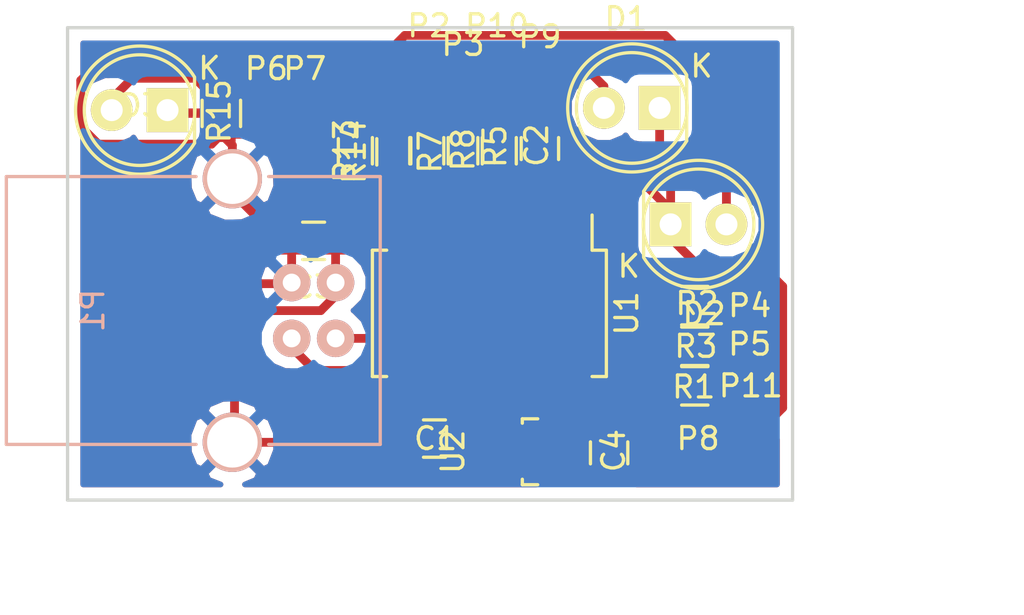
<source format=kicad_pcb>
(kicad_pcb (version 4) (host pcbnew 0.201512271232+6404~40~ubuntu14.04.1-stable)

  (general
    (links 46)
    (no_connects 0)
    (area 109.724999 73.461 160.5 103.700001)
    (thickness 1.6)
    (drawings 6)
    (tracks 232)
    (zones 0)
    (modules 29)
    (nets 23)
  )

  (page A4)
  (layers
    (0 F.Cu signal)
    (31 B.Cu signal)
    (32 B.Adhes user)
    (33 F.Adhes user)
    (34 B.Paste user)
    (35 F.Paste user)
    (36 B.SilkS user)
    (37 F.SilkS user)
    (38 B.Mask user)
    (39 F.Mask user)
    (40 Dwgs.User user)
    (44 Edge.Cuts user)
    (47 F.CrtYd user)
    (48 B.Fab user)
    (49 F.Fab user)
  )

  (setup
    (last_trace_width 0.25)
    (user_trace_width 0.4)
    (user_trace_width 0.8)
    (trace_clearance 0.2)
    (zone_clearance 0.508)
    (zone_45_only no)
    (trace_min 0.2)
    (segment_width 0.2)
    (edge_width 0.15)
    (via_size 0.6)
    (via_drill 0.4)
    (via_min_size 0.4)
    (via_min_drill 0.3)
    (user_via 2 1)
    (uvia_size 0.3)
    (uvia_drill 0.1)
    (uvias_allowed no)
    (uvia_min_size 0.2)
    (uvia_min_drill 0.1)
    (pcb_text_width 0.3)
    (pcb_text_size 1.5 1.5)
    (mod_edge_width 0.15)
    (mod_text_size 0.000001 0.000001)
    (mod_text_width 0.15)
    (pad_size 1.7 1.7)
    (pad_drill 0.8128)
    (pad_to_mask_clearance 0.2)
    (aux_axis_origin 113 75)
    (grid_origin 113 75)
    (visible_elements 7FFFFFFF)
    (pcbplotparams
      (layerselection 0x010c0_ffffffff)
      (usegerberextensions false)
      (excludeedgelayer true)
      (linewidth 0.100000)
      (plotframeref false)
      (viasonmask false)
      (mode 1)
      (useauxorigin true)
      (hpglpennumber 1)
      (hpglpenspeed 20)
      (hpglpendiameter 15)
      (hpglpenoverlay 2)
      (psnegative false)
      (psa4output false)
      (plotreference true)
      (plotvalue true)
      (plotinvisibletext false)
      (padsonsilk false)
      (subtractmaskfromsilk true)
      (outputformat 1)
      (mirror false)
      (drillshape 0)
      (scaleselection 1)
      (outputdirectory fabrication/gerbers/))
  )

  (net 0 "")
  (net 1 VUSB)
  (net 2 GND)
  (net 3 3V3)
  (net 4 "Net-(D1-Pad2)")
  (net 5 "Net-(D2-Pad2)")
  (net 6 "Net-(D3-Pad2)")
  (net 7 D-)
  (net 8 D+)
  (net 9 MISO)
  (net 10 MOSI)
  (net 11 CLK)
  (net 12 CS#)
  (net 13 RX)
  (net 14 TX)
  (net 15 LED_RD#)
  (net 16 LED_WR#)
  (net 17 "Net-(R1-Pad1)")
  (net 18 "Net-(R2-Pad1)")
  (net 19 "Net-(R3-Pad1)")
  (net 20 "Net-(R5-Pad1)")
  (net 21 "Net-(R7-Pad1)")
  (net 22 "Net-(R8-Pad1)")

  (net_class Default "This is the default net class."
    (clearance 0.2)
    (trace_width 0.25)
    (via_dia 0.6)
    (via_drill 0.4)
    (uvia_dia 0.3)
    (uvia_drill 0.1)
    (add_net 3V3)
    (add_net CLK)
    (add_net CS#)
    (add_net D+)
    (add_net D-)
    (add_net GND)
    (add_net LED_RD#)
    (add_net LED_WR#)
    (add_net MISO)
    (add_net MOSI)
    (add_net "Net-(D1-Pad2)")
    (add_net "Net-(D2-Pad2)")
    (add_net "Net-(D3-Pad2)")
    (add_net "Net-(R1-Pad1)")
    (add_net "Net-(R2-Pad1)")
    (add_net "Net-(R3-Pad1)")
    (add_net "Net-(R5-Pad1)")
    (add_net "Net-(R7-Pad1)")
    (add_net "Net-(R8-Pad1)")
    (add_net RX)
    (add_net TX)
    (add_net VUSB)
  )

  (module Capacitors_SMD:C_0805 (layer F.Cu) (tedit 568228CA) (tstamp 568063CE)
    (at 129.7 93.7 180)
    (descr "Capacitor SMD 0805, reflow soldering, AVX (see smccp.pdf)")
    (tags "capacitor 0805")
    (path /53B41C4F)
    (attr smd)
    (fp_text reference C1 (at -0.05 0 180) (layer F.SilkS)
      (effects (font (size 1 1) (thickness 0.15)))
    )
    (fp_text value 0.1uF (at -0.05 0.15 360) (layer F.Fab)
      (effects (font (size 1 1) (thickness 0.15)))
    )
    (fp_line (start -1.8 -1) (end 1.8 -1) (layer F.CrtYd) (width 0.05))
    (fp_line (start -1.8 1) (end 1.8 1) (layer F.CrtYd) (width 0.05))
    (fp_line (start -1.8 -1) (end -1.8 1) (layer F.CrtYd) (width 0.05))
    (fp_line (start 1.8 -1) (end 1.8 1) (layer F.CrtYd) (width 0.05))
    (fp_line (start 0.5 -0.85) (end -0.5 -0.85) (layer F.SilkS) (width 0.15))
    (fp_line (start -0.5 0.85) (end 0.5 0.85) (layer F.SilkS) (width 0.15))
    (pad 1 smd rect (at -1 0 180) (size 1 1.25) (layers F.Cu F.Paste F.Mask)
      (net 1 VUSB))
    (pad 2 smd rect (at 1 0 180) (size 1 1.25) (layers F.Cu F.Paste F.Mask)
      (net 2 GND))
    (model Capacitors_SMD.3dshapes/C_0805.wrl
      (at (xyz 0 0 0))
      (scale (xyz 1 1 1))
      (rotate (xyz 0 0 0))
    )
  )

  (module Capacitors_SMD:C_0805 (layer F.Cu) (tedit 56822896) (tstamp 568063D4)
    (at 134.5 80.5 90)
    (descr "Capacitor SMD 0805, reflow soldering, AVX (see smccp.pdf)")
    (tags "capacitor 0805")
    (path /53C022D3)
    (attr smd)
    (fp_text reference C2 (at 0.15 -0.15 90) (layer F.SilkS)
      (effects (font (size 1 1) (thickness 0.15)))
    )
    (fp_text value 0.1uF (at 0.3 0.05 90) (layer F.Fab)
      (effects (font (size 1 1) (thickness 0.15)))
    )
    (fp_line (start -1.8 -1) (end 1.8 -1) (layer F.CrtYd) (width 0.05))
    (fp_line (start -1.8 1) (end 1.8 1) (layer F.CrtYd) (width 0.05))
    (fp_line (start -1.8 -1) (end -1.8 1) (layer F.CrtYd) (width 0.05))
    (fp_line (start 1.8 -1) (end 1.8 1) (layer F.CrtYd) (width 0.05))
    (fp_line (start 0.5 -0.85) (end -0.5 -0.85) (layer F.SilkS) (width 0.15))
    (fp_line (start -0.5 0.85) (end 0.5 0.85) (layer F.SilkS) (width 0.15))
    (pad 1 smd rect (at -1 0 90) (size 1 1.25) (layers F.Cu F.Paste F.Mask)
      (net 3 3V3))
    (pad 2 smd rect (at 1 0 90) (size 1 1.25) (layers F.Cu F.Paste F.Mask)
      (net 2 GND))
    (model Capacitors_SMD.3dshapes/C_0805.wrl
      (at (xyz 0 0 0))
      (scale (xyz 1 1 1))
      (rotate (xyz 0 0 0))
    )
  )

  (module Capacitors_SMD:C_0805 (layer F.Cu) (tedit 568228BD) (tstamp 568063DA)
    (at 124.2 84.7 180)
    (descr "Capacitor SMD 0805, reflow soldering, AVX (see smccp.pdf)")
    (tags "capacitor 0805")
    (path /567F6A29)
    (attr smd)
    (fp_text reference C3 (at 0 -2.1 180) (layer F.SilkS)
      (effects (font (size 1 1) (thickness 0.15)))
    )
    (fp_text value 4u7 (at -0.05 0.1 180) (layer F.Fab)
      (effects (font (size 1 1) (thickness 0.15)))
    )
    (fp_line (start -1.8 -1) (end 1.8 -1) (layer F.CrtYd) (width 0.05))
    (fp_line (start -1.8 1) (end 1.8 1) (layer F.CrtYd) (width 0.05))
    (fp_line (start -1.8 -1) (end -1.8 1) (layer F.CrtYd) (width 0.05))
    (fp_line (start 1.8 -1) (end 1.8 1) (layer F.CrtYd) (width 0.05))
    (fp_line (start 0.5 -0.85) (end -0.5 -0.85) (layer F.SilkS) (width 0.15))
    (fp_line (start -0.5 0.85) (end 0.5 0.85) (layer F.SilkS) (width 0.15))
    (pad 1 smd rect (at -1 0 180) (size 1 1.25) (layers F.Cu F.Paste F.Mask)
      (net 1 VUSB))
    (pad 2 smd rect (at 1 0 180) (size 1 1.25) (layers F.Cu F.Paste F.Mask)
      (net 2 GND))
    (model Capacitors_SMD.3dshapes/C_0805.wrl
      (at (xyz 0 0 0))
      (scale (xyz 1 1 1))
      (rotate (xyz 0 0 0))
    )
  )

  (module Capacitors_SMD:C_0805 (layer F.Cu) (tedit 568228D0) (tstamp 568063E0)
    (at 137.65 94.35 270)
    (descr "Capacitor SMD 0805, reflow soldering, AVX (see smccp.pdf)")
    (tags "capacitor 0805")
    (path /567F9C5C)
    (attr smd)
    (fp_text reference C4 (at -0.1 -0.2 270) (layer F.SilkS)
      (effects (font (size 1 1) (thickness 0.15)))
    )
    (fp_text value 4u7 (at -0.2 0 270) (layer F.Fab)
      (effects (font (size 1 1) (thickness 0.15)))
    )
    (fp_line (start -1.8 -1) (end 1.8 -1) (layer F.CrtYd) (width 0.05))
    (fp_line (start -1.8 1) (end 1.8 1) (layer F.CrtYd) (width 0.05))
    (fp_line (start -1.8 -1) (end -1.8 1) (layer F.CrtYd) (width 0.05))
    (fp_line (start 1.8 -1) (end 1.8 1) (layer F.CrtYd) (width 0.05))
    (fp_line (start 0.5 -0.85) (end -0.5 -0.85) (layer F.SilkS) (width 0.15))
    (fp_line (start -0.5 0.85) (end 0.5 0.85) (layer F.SilkS) (width 0.15))
    (pad 1 smd rect (at -1 0 270) (size 1 1.25) (layers F.Cu F.Paste F.Mask)
      (net 3 3V3))
    (pad 2 smd rect (at 1 0 270) (size 1 1.25) (layers F.Cu F.Paste F.Mask)
      (net 2 GND))
    (model Capacitors_SMD.3dshapes/C_0805.wrl
      (at (xyz 0 0 0))
      (scale (xyz 1 1 1))
      (rotate (xyz 0 0 0))
    )
  )

  (module LEDs:LED-5MM (layer F.Cu) (tedit 5570F7EA) (tstamp 568063E6)
    (at 139.95 78.65 180)
    (descr "LED 5mm round vertical")
    (tags "LED 5mm round vertical")
    (path /53B41BF0)
    (fp_text reference D1 (at 1.524 4.064 180) (layer F.SilkS)
      (effects (font (size 1 1) (thickness 0.15)))
    )
    (fp_text value LED_READ (at 1.524 -3.937 180) (layer F.Fab)
      (effects (font (size 1 1) (thickness 0.15)))
    )
    (fp_line (start -1.5 -1.55) (end -1.5 1.55) (layer F.CrtYd) (width 0.05))
    (fp_arc (start 1.3 0) (end -1.5 1.55) (angle -302) (layer F.CrtYd) (width 0.05))
    (fp_arc (start 1.27 0) (end -1.23 -1.5) (angle 297.5) (layer F.SilkS) (width 0.15))
    (fp_line (start -1.23 1.5) (end -1.23 -1.5) (layer F.SilkS) (width 0.15))
    (fp_circle (center 1.27 0) (end 0.97 -2.5) (layer F.SilkS) (width 0.15))
    (fp_text user K (at -1.905 1.905 180) (layer F.SilkS)
      (effects (font (size 1 1) (thickness 0.15)))
    )
    (pad 1 thru_hole rect (at 0 0 270) (size 2 1.9) (drill 1.00076) (layers *.Cu *.Mask F.SilkS)
      (net 3 3V3))
    (pad 2 thru_hole circle (at 2.54 0 180) (size 1.9 1.9) (drill 1.00076) (layers *.Cu *.Mask F.SilkS)
      (net 4 "Net-(D1-Pad2)"))
    (model LEDs.3dshapes/LED-5MM.wrl
      (at (xyz 0.05 0 0))
      (scale (xyz 1 1 1))
      (rotate (xyz 0 0 90))
    )
  )

  (module LEDs:LED-5MM (layer F.Cu) (tedit 5570F7EA) (tstamp 568063EC)
    (at 140.45 83.95)
    (descr "LED 5mm round vertical")
    (tags "LED 5mm round vertical")
    (path /53B41BF3)
    (fp_text reference D2 (at 1.524 4.064) (layer F.SilkS)
      (effects (font (size 1 1) (thickness 0.15)))
    )
    (fp_text value LED_WRITE (at 1.524 -3.937) (layer F.Fab)
      (effects (font (size 1 1) (thickness 0.15)))
    )
    (fp_line (start -1.5 -1.55) (end -1.5 1.55) (layer F.CrtYd) (width 0.05))
    (fp_arc (start 1.3 0) (end -1.5 1.55) (angle -302) (layer F.CrtYd) (width 0.05))
    (fp_arc (start 1.27 0) (end -1.23 -1.5) (angle 297.5) (layer F.SilkS) (width 0.15))
    (fp_line (start -1.23 1.5) (end -1.23 -1.5) (layer F.SilkS) (width 0.15))
    (fp_circle (center 1.27 0) (end 0.97 -2.5) (layer F.SilkS) (width 0.15))
    (fp_text user K (at -1.905 1.905) (layer F.SilkS)
      (effects (font (size 1 1) (thickness 0.15)))
    )
    (pad 1 thru_hole rect (at 0 0 90) (size 2 1.9) (drill 1.00076) (layers *.Cu *.Mask F.SilkS)
      (net 3 3V3))
    (pad 2 thru_hole circle (at 2.54 0) (size 1.9 1.9) (drill 1.00076) (layers *.Cu *.Mask F.SilkS)
      (net 5 "Net-(D2-Pad2)"))
    (model LEDs.3dshapes/LED-5MM.wrl
      (at (xyz 0.05 0 0))
      (scale (xyz 1 1 1))
      (rotate (xyz 0 0 90))
    )
  )

  (module LEDs:LED-5MM (layer F.Cu) (tedit 568228B5) (tstamp 568063F2)
    (at 117.55 78.75 180)
    (descr "LED 5mm round vertical")
    (tags "LED 5mm round vertical")
    (path /53BACCC7)
    (fp_text reference D3 (at 1.2 0.2 180) (layer F.SilkS)
      (effects (font (size 1 1) (thickness 0.15)))
    )
    (fp_text value LED_PWR (at 0.8 -0.15 180) (layer F.Fab)
      (effects (font (size 1 1) (thickness 0.15)))
    )
    (fp_line (start -1.5 -1.55) (end -1.5 1.55) (layer F.CrtYd) (width 0.05))
    (fp_arc (start 1.3 0) (end -1.5 1.55) (angle -302) (layer F.CrtYd) (width 0.05))
    (fp_arc (start 1.27 0) (end -1.23 -1.5) (angle 297.5) (layer F.SilkS) (width 0.15))
    (fp_line (start -1.23 1.5) (end -1.23 -1.5) (layer F.SilkS) (width 0.15))
    (fp_circle (center 1.27 0) (end 0.97 -2.5) (layer F.SilkS) (width 0.15))
    (fp_text user K (at -1.905 1.905 180) (layer F.SilkS)
      (effects (font (size 1 1) (thickness 0.15)))
    )
    (pad 1 thru_hole rect (at 0 0 270) (size 2 1.9) (drill 1.00076) (layers *.Cu *.Mask F.SilkS)
      (net 1 VUSB))
    (pad 2 thru_hole circle (at 2.54 0 180) (size 1.9 1.9) (drill 1.00076) (layers *.Cu *.Mask F.SilkS)
      (net 6 "Net-(D3-Pad2)"))
    (model LEDs.3dshapes/LED-5MM.wrl
      (at (xyz 0.05 0 0))
      (scale (xyz 1 1 1))
      (rotate (xyz 0 0 90))
    )
  )

  (module Connect:USB_B (layer B.Cu) (tedit 56822EBA) (tstamp 568063FC)
    (at 125.2 86.6 180)
    (descr "USB B connector")
    (tags "USB_B USB_DEV")
    (path /567FADD9)
    (fp_text reference P1 (at 11.049 -1.27 450) (layer B.SilkS)
      (effects (font (size 1 1) (thickness 0.15)) (justify mirror))
    )
    (fp_text value USB_B (at 4.699 -1.27 450) (layer B.Fab)
      (effects (font (size 1 1) (thickness 0.15)) (justify mirror))
    )
    (fp_line (start 15.25 -8.9) (end -2.3 -8.9) (layer B.CrtYd) (width 0.05))
    (fp_line (start -2.3 -8.9) (end -2.3 6.35) (layer B.CrtYd) (width 0.05))
    (fp_line (start -2.3 6.35) (end 15.25 6.35) (layer B.CrtYd) (width 0.05))
    (fp_line (start 15.25 6.35) (end 15.25 -8.9) (layer B.CrtYd) (width 0.05))
    (fp_line (start 6.35 -7.366) (end 14.986 -7.366) (layer B.SilkS) (width 0.15))
    (fp_line (start -2.032 -7.366) (end 3.048 -7.366) (layer B.SilkS) (width 0.15))
    (fp_line (start 6.35 4.826) (end 14.986 4.826) (layer B.SilkS) (width 0.15))
    (fp_line (start -2.032 4.826) (end 3.048 4.826) (layer B.SilkS) (width 0.15))
    (fp_line (start 14.986 4.826) (end 14.986 -7.366) (layer B.SilkS) (width 0.15))
    (fp_line (start -2.032 -7.366) (end -2.032 4.826) (layer B.SilkS) (width 0.15))
    (pad 2 thru_hole circle (at 0 -2.54 270) (size 1.7 1.7) (drill 0.8128) (layers *.Cu *.Mask B.SilkS)
      (net 7 D-))
    (pad 1 thru_hole circle (at 0 0 270) (size 1.7 1.7) (drill 0.8128) (layers *.Cu *.Mask B.SilkS)
      (net 1 VUSB))
    (pad 4 thru_hole circle (at 1.99898 0 270) (size 1.7 1.7) (drill 0.8128) (layers *.Cu *.Mask B.SilkS)
      (net 2 GND))
    (pad 3 thru_hole circle (at 1.99898 -2.54 270) (size 1.7 1.7) (drill 0.8128) (layers *.Cu *.Mask B.SilkS)
      (net 8 D+))
    (pad 5 thru_hole circle (at 4.699 -7.26948 270) (size 2.70002 2.70002) (drill 2.30124) (layers *.Cu *.Mask B.SilkS)
      (net 2 GND))
    (pad 5 thru_hole circle (at 4.699 4.72948 270) (size 2.70002 2.70002) (drill 2.30124) (layers *.Cu *.Mask B.SilkS)
      (net 2 GND))
    (model Connect.3dshapes/USB_B.wrl
      (at (xyz 0.185 -0.05 0.001))
      (scale (xyz 0.3937 0.3937 0.3937))
      (rotate (xyz 0 0 -90))
    )
  )

  (module Resistors_SMD:R_0805 (layer F.Cu) (tedit 5415CDEB) (tstamp 5680645C)
    (at 127.75 80.6 90)
    (descr "Resistor SMD 0805, reflow soldering, Vishay (see dcrcw.pdf)")
    (tags "resistor 0805")
    (path /53B41C02)
    (attr smd)
    (fp_text reference R13 (at 0 -2.1 90) (layer F.SilkS)
      (effects (font (size 1 1) (thickness 0.15)))
    )
    (fp_text value 1k (at 0 2.1 90) (layer F.Fab)
      (effects (font (size 1 1) (thickness 0.15)))
    )
    (fp_line (start -1.6 -1) (end 1.6 -1) (layer F.CrtYd) (width 0.05))
    (fp_line (start -1.6 1) (end 1.6 1) (layer F.CrtYd) (width 0.05))
    (fp_line (start -1.6 -1) (end -1.6 1) (layer F.CrtYd) (width 0.05))
    (fp_line (start 1.6 -1) (end 1.6 1) (layer F.CrtYd) (width 0.05))
    (fp_line (start 0.6 0.875) (end -0.6 0.875) (layer F.SilkS) (width 0.15))
    (fp_line (start -0.6 -0.875) (end 0.6 -0.875) (layer F.SilkS) (width 0.15))
    (pad 1 smd rect (at -0.95 0 90) (size 0.7 1.3) (layers F.Cu F.Paste F.Mask)
      (net 15 LED_RD#))
    (pad 2 smd rect (at 0.95 0 90) (size 0.7 1.3) (layers F.Cu F.Paste F.Mask)
      (net 4 "Net-(D1-Pad2)"))
    (model Resistors_SMD.3dshapes/R_0805.wrl
      (at (xyz 0 0 0))
      (scale (xyz 1 1 1))
      (rotate (xyz 0 0 0))
    )
  )

  (module Resistors_SMD:R_0805 (layer F.Cu) (tedit 5682298D) (tstamp 56806462)
    (at 126.2 80.65 90)
    (descr "Resistor SMD 0805, reflow soldering, Vishay (see dcrcw.pdf)")
    (tags "resistor 0805")
    (path /53B41BFE)
    (attr smd)
    (fp_text reference R14 (at 0 -0.15 90) (layer F.SilkS)
      (effects (font (size 1 1) (thickness 0.15)))
    )
    (fp_text value 1k (at 0.05 0 90) (layer F.Fab)
      (effects (font (size 1 1) (thickness 0.15)))
    )
    (fp_line (start -1.6 -1) (end 1.6 -1) (layer F.CrtYd) (width 0.05))
    (fp_line (start -1.6 1) (end 1.6 1) (layer F.CrtYd) (width 0.05))
    (fp_line (start -1.6 -1) (end -1.6 1) (layer F.CrtYd) (width 0.05))
    (fp_line (start 1.6 -1) (end 1.6 1) (layer F.CrtYd) (width 0.05))
    (fp_line (start 0.6 0.875) (end -0.6 0.875) (layer F.SilkS) (width 0.15))
    (fp_line (start -0.6 -0.875) (end 0.6 -0.875) (layer F.SilkS) (width 0.15))
    (pad 1 smd rect (at -0.95 0 90) (size 0.7 1.3) (layers F.Cu F.Paste F.Mask)
      (net 16 LED_WR#))
    (pad 2 smd rect (at 0.95 0 90) (size 0.7 1.3) (layers F.Cu F.Paste F.Mask)
      (net 5 "Net-(D2-Pad2)"))
    (model Resistors_SMD.3dshapes/R_0805.wrl
      (at (xyz 0 0 0))
      (scale (xyz 1 1 1))
      (rotate (xyz 0 0 0))
    )
  )

  (module Resistors_SMD:R_0805 (layer F.Cu) (tedit 568228B9) (tstamp 56806468)
    (at 120 78.9 90)
    (descr "Resistor SMD 0805, reflow soldering, Vishay (see dcrcw.pdf)")
    (tags "resistor 0805")
    (path /53BACCC6)
    (attr smd)
    (fp_text reference R15 (at 0.1 -0.1 90) (layer F.SilkS)
      (effects (font (size 1 1) (thickness 0.15)))
    )
    (fp_text value 1k (at -0.1 -0.1 90) (layer F.Fab)
      (effects (font (size 1 1) (thickness 0.15)))
    )
    (fp_line (start -1.6 -1) (end 1.6 -1) (layer F.CrtYd) (width 0.05))
    (fp_line (start -1.6 1) (end 1.6 1) (layer F.CrtYd) (width 0.05))
    (fp_line (start -1.6 -1) (end -1.6 1) (layer F.CrtYd) (width 0.05))
    (fp_line (start 1.6 -1) (end 1.6 1) (layer F.CrtYd) (width 0.05))
    (fp_line (start 0.6 0.875) (end -0.6 0.875) (layer F.SilkS) (width 0.15))
    (fp_line (start -0.6 -0.875) (end 0.6 -0.875) (layer F.SilkS) (width 0.15))
    (pad 1 smd rect (at -0.95 0 90) (size 0.7 1.3) (layers F.Cu F.Paste F.Mask)
      (net 2 GND))
    (pad 2 smd rect (at 0.95 0 90) (size 0.7 1.3) (layers F.Cu F.Paste F.Mask)
      (net 6 "Net-(D3-Pad2)"))
    (model Resistors_SMD.3dshapes/R_0805.wrl
      (at (xyz 0 0 0))
      (scale (xyz 1 1 1))
      (rotate (xyz 0 0 0))
    )
  )

  (module Housings_SSOP:SSOP-28_5.3x10.2mm_Pitch0.65mm (layer F.Cu) (tedit 568228C2) (tstamp 56806488)
    (at 132.2 88 270)
    (descr "28-Lead Plastic Shrink Small Outline (SS)-5.30 mm Body [SSOP] (see Microchip Packaging Specification 00000049BS.pdf)")
    (tags "SSOP 0.65")
    (path /53BAD13F)
    (attr smd)
    (fp_text reference U1 (at 0 -6.25 270) (layer F.SilkS)
      (effects (font (size 1 1) (thickness 0.15)))
    )
    (fp_text value FT232RL (at -0.2 -0.1 360) (layer F.Fab)
      (effects (font (size 1 1) (thickness 0.15)))
    )
    (fp_line (start -4.75 -5.5) (end -4.75 5.5) (layer F.CrtYd) (width 0.05))
    (fp_line (start 4.75 -5.5) (end 4.75 5.5) (layer F.CrtYd) (width 0.05))
    (fp_line (start -4.75 -5.5) (end 4.75 -5.5) (layer F.CrtYd) (width 0.05))
    (fp_line (start -4.75 5.5) (end 4.75 5.5) (layer F.CrtYd) (width 0.05))
    (fp_line (start -2.875 -5.325) (end -2.875 -4.675) (layer F.SilkS) (width 0.15))
    (fp_line (start 2.875 -5.325) (end 2.875 -4.675) (layer F.SilkS) (width 0.15))
    (fp_line (start 2.875 5.325) (end 2.875 4.675) (layer F.SilkS) (width 0.15))
    (fp_line (start -2.875 5.325) (end -2.875 4.675) (layer F.SilkS) (width 0.15))
    (fp_line (start -2.875 -5.325) (end 2.875 -5.325) (layer F.SilkS) (width 0.15))
    (fp_line (start -2.875 5.325) (end 2.875 5.325) (layer F.SilkS) (width 0.15))
    (fp_line (start -2.875 -4.675) (end -4.475 -4.675) (layer F.SilkS) (width 0.15))
    (pad 1 smd rect (at -3.6 -4.225 270) (size 1.75 0.45) (layers F.Cu F.Paste F.Mask)
      (net 17 "Net-(R1-Pad1)"))
    (pad 2 smd rect (at -3.6 -3.575 270) (size 1.75 0.45) (layers F.Cu F.Paste F.Mask)
      (net 19 "Net-(R3-Pad1)"))
    (pad 3 smd rect (at -3.6 -2.925 270) (size 1.75 0.45) (layers F.Cu F.Paste F.Mask)
      (net 18 "Net-(R2-Pad1)"))
    (pad 4 smd rect (at -3.6 -2.275 270) (size 1.75 0.45) (layers F.Cu F.Paste F.Mask)
      (net 3 3V3))
    (pad 5 smd rect (at -3.6 -1.625 270) (size 1.75 0.45) (layers F.Cu F.Paste F.Mask)
      (net 20 "Net-(R5-Pad1)"))
    (pad 6 smd rect (at -3.6 -0.975 270) (size 1.75 0.45) (layers F.Cu F.Paste F.Mask)
      (net 22 "Net-(R8-Pad1)"))
    (pad 7 smd rect (at -3.6 -0.325 270) (size 1.75 0.45) (layers F.Cu F.Paste F.Mask)
      (net 2 GND))
    (pad 8 smd rect (at -3.6 0.325 270) (size 1.75 0.45) (layers F.Cu F.Paste F.Mask))
    (pad 9 smd rect (at -3.6 0.975 270) (size 1.75 0.45) (layers F.Cu F.Paste F.Mask)
      (net 21 "Net-(R7-Pad1)"))
    (pad 10 smd rect (at -3.6 1.625 270) (size 1.75 0.45) (layers F.Cu F.Paste F.Mask)
      (net 15 LED_RD#))
    (pad 11 smd rect (at -3.6 2.275 270) (size 1.75 0.45) (layers F.Cu F.Paste F.Mask)
      (net 16 LED_WR#))
    (pad 12 smd rect (at -3.6 2.925 270) (size 1.75 0.45) (layers F.Cu F.Paste F.Mask))
    (pad 13 smd rect (at -3.6 3.575 270) (size 1.75 0.45) (layers F.Cu F.Paste F.Mask))
    (pad 14 smd rect (at -3.6 4.225 270) (size 1.75 0.45) (layers F.Cu F.Paste F.Mask))
    (pad 15 smd rect (at 3.6 4.225 270) (size 1.75 0.45) (layers F.Cu F.Paste F.Mask)
      (net 8 D+))
    (pad 16 smd rect (at 3.6 3.575 270) (size 1.75 0.45) (layers F.Cu F.Paste F.Mask)
      (net 7 D-))
    (pad 17 smd rect (at 3.6 2.925 270) (size 1.75 0.45) (layers F.Cu F.Paste F.Mask))
    (pad 18 smd rect (at 3.6 2.275 270) (size 1.75 0.45) (layers F.Cu F.Paste F.Mask)
      (net 2 GND))
    (pad 19 smd rect (at 3.6 1.625 270) (size 1.75 0.45) (layers F.Cu F.Paste F.Mask))
    (pad 20 smd rect (at 3.6 0.975 270) (size 1.75 0.45) (layers F.Cu F.Paste F.Mask)
      (net 1 VUSB))
    (pad 21 smd rect (at 3.6 0.325 270) (size 1.75 0.45) (layers F.Cu F.Paste F.Mask)
      (net 2 GND))
    (pad 22 smd rect (at 3.6 -0.325 270) (size 1.75 0.45) (layers F.Cu F.Paste F.Mask))
    (pad 23 smd rect (at 3.6 -0.975 270) (size 1.75 0.45) (layers F.Cu F.Paste F.Mask))
    (pad 24 smd rect (at 3.6 -1.625 270) (size 1.75 0.45) (layers F.Cu F.Paste F.Mask))
    (pad 25 smd rect (at 3.6 -2.275 270) (size 1.75 0.45) (layers F.Cu F.Paste F.Mask)
      (net 2 GND))
    (pad 26 smd rect (at 3.6 -2.925 270) (size 1.75 0.45) (layers F.Cu F.Paste F.Mask)
      (net 2 GND))
    (pad 27 smd rect (at 3.6 -3.575 270) (size 1.75 0.45) (layers F.Cu F.Paste F.Mask))
    (pad 28 smd rect (at 3.6 -4.225 270) (size 1.75 0.45) (layers F.Cu F.Paste F.Mask))
    (model Housings_SSOP.3dshapes/SSOP-28_5.3x10.2mm_Pitch0.65mm.wrl
      (at (xyz 0 0 0))
      (scale (xyz 1 1 1))
      (rotate (xyz 0 0 0))
    )
  )

  (module TO_SOT_Packages_SMD:SOT-23_Handsoldering (layer F.Cu) (tedit 568228F5) (tstamp 5680648F)
    (at 134.35 94.3 90)
    (descr "SOT-23, Handsoldering")
    (tags SOT-23)
    (path /567F9804)
    (attr smd)
    (fp_text reference U2 (at 0 -3.81 90) (layer F.SilkS)
      (effects (font (size 1 1) (thickness 0.15)))
    )
    (fp_text value MCP1703T-3302E/CB (at -0.9 -1.3 180) (layer F.Fab)
      (effects (font (size 0.5 0.5) (thickness 0.125)))
    )
    (fp_line (start -1.49982 0.0508) (end -1.49982 -0.65024) (layer F.SilkS) (width 0.15))
    (fp_line (start -1.49982 -0.65024) (end -1.2509 -0.65024) (layer F.SilkS) (width 0.15))
    (fp_line (start 1.29916 -0.65024) (end 1.49982 -0.65024) (layer F.SilkS) (width 0.15))
    (fp_line (start 1.49982 -0.65024) (end 1.49982 0.0508) (layer F.SilkS) (width 0.15))
    (pad 1 smd rect (at -0.95 1.50114 90) (size 0.8001 1.80086) (layers F.Cu F.Paste F.Mask)
      (net 2 GND))
    (pad 2 smd rect (at 0.95 1.50114 90) (size 0.8001 1.80086) (layers F.Cu F.Paste F.Mask)
      (net 3 3V3))
    (pad 3 smd rect (at 0 -1.50114 90) (size 0.8001 1.80086) (layers F.Cu F.Paste F.Mask)
      (net 1 VUSB))
    (model TO_SOT_Packages_SMD.3dshapes/SOT-23_Handsoldering.wrl
      (at (xyz 0 0 0))
      (scale (xyz 1 1 1))
      (rotate (xyz 0 0 0))
    )
  )

  (module Measurement_Points:Measurement_Point_Round-SMD-Pad_Small (layer F.Cu) (tedit 0) (tstamp 568227BE)
    (at 129.45 77.45)
    (descr "Mesurement Point, Round, SMD Pad, DM 1.5mm,")
    (tags "Mesurement Point, Round, SMD Pad, DM 1.5mm,")
    (path /568230B2)
    (fp_text reference P2 (at 0 -2.54) (layer F.SilkS)
      (effects (font (size 1 1) (thickness 0.15)))
    )
    (fp_text value TST (at 1.27 2.54) (layer F.Fab)
      (effects (font (size 1 1) (thickness 0.15)))
    )
    (pad 1 smd circle (at 0 0) (size 1.524 1.524) (layers F.Cu F.Paste F.Mask)
      (net 9 MISO))
  )

  (module Measurement_Points:Measurement_Point_Round-SMD-Pad_Small (layer F.Cu) (tedit 0) (tstamp 568227C6)
    (at 131 78.3)
    (descr "Mesurement Point, Round, SMD Pad, DM 1.5mm,")
    (tags "Mesurement Point, Round, SMD Pad, DM 1.5mm,")
    (path /56823261)
    (fp_text reference P3 (at 0 -2.54) (layer F.SilkS)
      (effects (font (size 1 1) (thickness 0.15)))
    )
    (fp_text value TST (at 1.27 2.54) (layer F.Fab)
      (effects (font (size 1 1) (thickness 0.15)))
    )
    (pad 1 smd circle (at 0 0) (size 1.524 1.524) (layers F.Cu F.Paste F.Mask)
      (net 10 MOSI))
  )

  (module Measurement_Points:Measurement_Point_Round-SMD-Pad_Small (layer F.Cu) (tedit 56822AB3) (tstamp 568227CB)
    (at 144.05 87.65)
    (descr "Mesurement Point, Round, SMD Pad, DM 1.5mm,")
    (tags "Mesurement Point, Round, SMD Pad, DM 1.5mm,")
    (path /568232BA)
    (fp_text reference P4 (at 0 0) (layer F.SilkS)
      (effects (font (size 1 1) (thickness 0.15)))
    )
    (fp_text value TST (at 0 0.1) (layer F.Fab)
      (effects (font (size 1 1) (thickness 0.15)))
    )
    (pad 1 smd circle (at 0 0) (size 1.524 1.524) (layers F.Cu F.Paste F.Mask)
      (net 11 CLK))
  )

  (module Measurement_Points:Measurement_Point_Round-SMD-Pad_Small (layer F.Cu) (tedit 56822A81) (tstamp 568227D0)
    (at 144.05 89.5)
    (descr "Mesurement Point, Round, SMD Pad, DM 1.5mm,")
    (tags "Mesurement Point, Round, SMD Pad, DM 1.5mm,")
    (path /56823312)
    (fp_text reference P5 (at 0 -0.1) (layer F.SilkS)
      (effects (font (size 1 1) (thickness 0.15)))
    )
    (fp_text value TST (at 0.1 0.05) (layer F.Fab)
      (effects (font (size 1 1) (thickness 0.15)))
    )
    (pad 1 smd circle (at 0 0) (size 1.524 1.524) (layers F.Cu F.Paste F.Mask)
      (net 12 CS#))
  )

  (module Measurement_Points:Measurement_Point_Round-SMD-Pad_Small (layer F.Cu) (tedit 0) (tstamp 568227D5)
    (at 122.05 79.4)
    (descr "Mesurement Point, Round, SMD Pad, DM 1.5mm,")
    (tags "Mesurement Point, Round, SMD Pad, DM 1.5mm,")
    (path /5682336D)
    (fp_text reference P6 (at 0 -2.54) (layer F.SilkS)
      (effects (font (size 1 1) (thickness 0.15)))
    )
    (fp_text value TST (at 1.27 2.54) (layer F.Fab)
      (effects (font (size 1 1) (thickness 0.15)))
    )
    (pad 1 smd circle (at 0 0) (size 1.524 1.524) (layers F.Cu F.Paste F.Mask)
      (net 2 GND))
  )

  (module Measurement_Points:Measurement_Point_Round-SMD-Pad_Small (layer F.Cu) (tedit 0) (tstamp 568227DA)
    (at 123.8 79.4)
    (descr "Mesurement Point, Round, SMD Pad, DM 1.5mm,")
    (tags "Mesurement Point, Round, SMD Pad, DM 1.5mm,")
    (path /568233CB)
    (fp_text reference P7 (at 0 -2.54) (layer F.SilkS)
      (effects (font (size 1 1) (thickness 0.15)))
    )
    (fp_text value TST (at 1.27 2.54) (layer F.Fab)
      (effects (font (size 1 1) (thickness 0.15)))
    )
    (pad 1 smd circle (at 0 0) (size 1.524 1.524) (layers F.Cu F.Paste F.Mask)
      (net 1 VUSB))
  )

  (module Measurement_Points:Measurement_Point_Round-SMD-Pad_Small (layer F.Cu) (tedit 56822B75) (tstamp 568227DF)
    (at 141.8 93.85)
    (descr "Mesurement Point, Round, SMD Pad, DM 1.5mm,")
    (tags "Mesurement Point, Round, SMD Pad, DM 1.5mm,")
    (path /568234B2)
    (fp_text reference P8 (at -0.1 -0.15) (layer F.SilkS)
      (effects (font (size 1 1) (thickness 0.15)))
    )
    (fp_text value TST (at 0.05 -0.2) (layer F.Fab)
      (effects (font (size 1 1) (thickness 0.15)))
    )
    (pad 1 smd circle (at 0 0) (size 1.524 1.524) (layers F.Cu F.Paste F.Mask)
      (net 3 3V3))
  )

  (module Measurement_Points:Measurement_Point_Round-SMD-Pad_Small (layer F.Cu) (tedit 0) (tstamp 568227E4)
    (at 134.5 77.95)
    (descr "Mesurement Point, Round, SMD Pad, DM 1.5mm,")
    (tags "Mesurement Point, Round, SMD Pad, DM 1.5mm,")
    (path /56823516)
    (fp_text reference P9 (at 0 -2.54) (layer F.SilkS)
      (effects (font (size 1 1) (thickness 0.15)))
    )
    (fp_text value TST (at 1.27 2.54) (layer F.Fab)
      (effects (font (size 1 1) (thickness 0.15)))
    )
    (pad 1 smd circle (at 0 0) (size 1.524 1.524) (layers F.Cu F.Paste F.Mask)
      (net 2 GND))
  )

  (module Measurement_Points:Measurement_Point_Round-SMD-Pad_Small (layer F.Cu) (tedit 0) (tstamp 568227E9)
    (at 132.55 77.45)
    (descr "Mesurement Point, Round, SMD Pad, DM 1.5mm,")
    (tags "Mesurement Point, Round, SMD Pad, DM 1.5mm,")
    (path /5682357D)
    (fp_text reference P10 (at 0 -2.54) (layer F.SilkS)
      (effects (font (size 1 1) (thickness 0.15)))
    )
    (fp_text value TST (at 1.27 2.54) (layer F.Fab)
      (effects (font (size 1 1) (thickness 0.15)))
    )
    (pad 1 smd circle (at 0 0) (size 1.524 1.524) (layers F.Cu F.Paste F.Mask)
      (net 13 RX))
  )

  (module Measurement_Points:Measurement_Point_Round-SMD-Pad_Small (layer F.Cu) (tedit 56822A88) (tstamp 568227EE)
    (at 144.05 91.3)
    (descr "Mesurement Point, Round, SMD Pad, DM 1.5mm,")
    (tags "Mesurement Point, Round, SMD Pad, DM 1.5mm,")
    (path /568235E7)
    (fp_text reference P11 (at 0.05 0) (layer F.SilkS)
      (effects (font (size 1 1) (thickness 0.15)))
    )
    (fp_text value TST (at 0.05 -0.05) (layer F.Fab)
      (effects (font (size 1 1) (thickness 0.15)))
    )
    (pad 1 smd circle (at 0 0) (size 1.524 1.524) (layers F.Cu F.Paste F.Mask)
      (net 14 TX))
  )

  (module Resistors_SMD:R_0805 (layer F.Cu) (tedit 568228A6) (tstamp 5682280D)
    (at 141.55 91.3)
    (descr "Resistor SMD 0805, reflow soldering, Vishay (see dcrcw.pdf)")
    (tags "resistor 0805")
    (path /568224D0)
    (attr smd)
    (fp_text reference R1 (at -0.05 0.05) (layer F.SilkS)
      (effects (font (size 1 1) (thickness 0.15)))
    )
    (fp_text value 220 (at -0.05 0.25) (layer F.Fab)
      (effects (font (size 1 1) (thickness 0.15)))
    )
    (fp_line (start -1.6 -1) (end 1.6 -1) (layer F.CrtYd) (width 0.05))
    (fp_line (start -1.6 1) (end 1.6 1) (layer F.CrtYd) (width 0.05))
    (fp_line (start -1.6 -1) (end -1.6 1) (layer F.CrtYd) (width 0.05))
    (fp_line (start 1.6 -1) (end 1.6 1) (layer F.CrtYd) (width 0.05))
    (fp_line (start 0.6 0.875) (end -0.6 0.875) (layer F.SilkS) (width 0.15))
    (fp_line (start -0.6 -0.875) (end 0.6 -0.875) (layer F.SilkS) (width 0.15))
    (pad 1 smd rect (at -0.95 0) (size 0.7 1.3) (layers F.Cu F.Paste F.Mask)
      (net 17 "Net-(R1-Pad1)"))
    (pad 2 smd rect (at 0.95 0) (size 0.7 1.3) (layers F.Cu F.Paste F.Mask)
      (net 14 TX))
    (model Resistors_SMD.3dshapes/R_0805.wrl
      (at (xyz 0 0 0))
      (scale (xyz 1 1 1))
      (rotate (xyz 0 0 0))
    )
  )

  (module Resistors_SMD:R_0805 (layer F.Cu) (tedit 568228AB) (tstamp 56822813)
    (at 141.55 87.65)
    (descr "Resistor SMD 0805, reflow soldering, Vishay (see dcrcw.pdf)")
    (tags "resistor 0805")
    (path /5682281E)
    (attr smd)
    (fp_text reference R2 (at 0.1 -0.1) (layer F.SilkS)
      (effects (font (size 1 1) (thickness 0.15)))
    )
    (fp_text value 220 (at -0.05 0.05) (layer F.Fab)
      (effects (font (size 1 1) (thickness 0.15)))
    )
    (fp_line (start -1.6 -1) (end 1.6 -1) (layer F.CrtYd) (width 0.05))
    (fp_line (start -1.6 1) (end 1.6 1) (layer F.CrtYd) (width 0.05))
    (fp_line (start -1.6 -1) (end -1.6 1) (layer F.CrtYd) (width 0.05))
    (fp_line (start 1.6 -1) (end 1.6 1) (layer F.CrtYd) (width 0.05))
    (fp_line (start 0.6 0.875) (end -0.6 0.875) (layer F.SilkS) (width 0.15))
    (fp_line (start -0.6 -0.875) (end 0.6 -0.875) (layer F.SilkS) (width 0.15))
    (pad 1 smd rect (at -0.95 0) (size 0.7 1.3) (layers F.Cu F.Paste F.Mask)
      (net 18 "Net-(R2-Pad1)"))
    (pad 2 smd rect (at 0.95 0) (size 0.7 1.3) (layers F.Cu F.Paste F.Mask)
      (net 11 CLK))
    (model Resistors_SMD.3dshapes/R_0805.wrl
      (at (xyz 0 0 0))
      (scale (xyz 1 1 1))
      (rotate (xyz 0 0 0))
    )
  )

  (module Resistors_SMD:R_0805 (layer F.Cu) (tedit 568228AF) (tstamp 56822819)
    (at 141.55 89.5)
    (descr "Resistor SMD 0805, reflow soldering, Vishay (see dcrcw.pdf)")
    (tags "resistor 0805")
    (path /56822A50)
    (attr smd)
    (fp_text reference R3 (at 0.05 0) (layer F.SilkS)
      (effects (font (size 1 1) (thickness 0.15)))
    )
    (fp_text value 220 (at 0.1 0) (layer F.Fab)
      (effects (font (size 1 1) (thickness 0.15)))
    )
    (fp_line (start -1.6 -1) (end 1.6 -1) (layer F.CrtYd) (width 0.05))
    (fp_line (start -1.6 1) (end 1.6 1) (layer F.CrtYd) (width 0.05))
    (fp_line (start -1.6 -1) (end -1.6 1) (layer F.CrtYd) (width 0.05))
    (fp_line (start 1.6 -1) (end 1.6 1) (layer F.CrtYd) (width 0.05))
    (fp_line (start 0.6 0.875) (end -0.6 0.875) (layer F.SilkS) (width 0.15))
    (fp_line (start -0.6 -0.875) (end 0.6 -0.875) (layer F.SilkS) (width 0.15))
    (pad 1 smd rect (at -0.95 0) (size 0.7 1.3) (layers F.Cu F.Paste F.Mask)
      (net 19 "Net-(R3-Pad1)"))
    (pad 2 smd rect (at 0.95 0) (size 0.7 1.3) (layers F.Cu F.Paste F.Mask)
      (net 12 CS#))
    (model Resistors_SMD.3dshapes/R_0805.wrl
      (at (xyz 0 0 0))
      (scale (xyz 1 1 1))
      (rotate (xyz 0 0 0))
    )
  )

  (module Resistors_SMD:R_0805 (layer F.Cu) (tedit 56822815) (tstamp 56822825)
    (at 132.55 80.6 90)
    (descr "Resistor SMD 0805, reflow soldering, Vishay (see dcrcw.pdf)")
    (tags "resistor 0805")
    (path /56822705)
    (attr smd)
    (fp_text reference R5 (at 0.2 -0.1 90) (layer F.SilkS)
      (effects (font (size 1 1) (thickness 0.15)))
    )
    (fp_text value 220 (at 0.05 0.7 90) (layer F.Fab)
      (effects (font (size 1 1) (thickness 0.15)))
    )
    (fp_line (start -1.6 -1) (end 1.6 -1) (layer F.CrtYd) (width 0.05))
    (fp_line (start -1.6 1) (end 1.6 1) (layer F.CrtYd) (width 0.05))
    (fp_line (start -1.6 -1) (end -1.6 1) (layer F.CrtYd) (width 0.05))
    (fp_line (start 1.6 -1) (end 1.6 1) (layer F.CrtYd) (width 0.05))
    (fp_line (start 0.6 0.875) (end -0.6 0.875) (layer F.SilkS) (width 0.15))
    (fp_line (start -0.6 -0.875) (end 0.6 -0.875) (layer F.SilkS) (width 0.15))
    (pad 1 smd rect (at -0.95 0 90) (size 0.7 1.3) (layers F.Cu F.Paste F.Mask)
      (net 20 "Net-(R5-Pad1)"))
    (pad 2 smd rect (at 0.95 0 90) (size 0.7 1.3) (layers F.Cu F.Paste F.Mask)
      (net 13 RX))
    (model Resistors_SMD.3dshapes/R_0805.wrl
      (at (xyz 0 0 0))
      (scale (xyz 1 1 1))
      (rotate (xyz 0 0 0))
    )
  )

  (module Resistors_SMD:R_0805 (layer F.Cu) (tedit 5682288E) (tstamp 56822831)
    (at 129.45 80.6 90)
    (descr "Resistor SMD 0805, reflow soldering, Vishay (see dcrcw.pdf)")
    (tags "resistor 0805")
    (path /56822B88)
    (attr smd)
    (fp_text reference R7 (at -0.05 0.05 90) (layer F.SilkS)
      (effects (font (size 1 1) (thickness 0.15)))
    )
    (fp_text value 220 (at -0.05 0.15 90) (layer F.Fab)
      (effects (font (size 1 1) (thickness 0.15)))
    )
    (fp_line (start -1.6 -1) (end 1.6 -1) (layer F.CrtYd) (width 0.05))
    (fp_line (start -1.6 1) (end 1.6 1) (layer F.CrtYd) (width 0.05))
    (fp_line (start -1.6 -1) (end -1.6 1) (layer F.CrtYd) (width 0.05))
    (fp_line (start 1.6 -1) (end 1.6 1) (layer F.CrtYd) (width 0.05))
    (fp_line (start 0.6 0.875) (end -0.6 0.875) (layer F.SilkS) (width 0.15))
    (fp_line (start -0.6 -0.875) (end 0.6 -0.875) (layer F.SilkS) (width 0.15))
    (pad 1 smd rect (at -0.95 0 90) (size 0.7 1.3) (layers F.Cu F.Paste F.Mask)
      (net 21 "Net-(R7-Pad1)"))
    (pad 2 smd rect (at 0.95 0 90) (size 0.7 1.3) (layers F.Cu F.Paste F.Mask)
      (net 9 MISO))
    (model Resistors_SMD.3dshapes/R_0805.wrl
      (at (xyz 0 0 0))
      (scale (xyz 1 1 1))
      (rotate (xyz 0 0 0))
    )
  )

  (module Resistors_SMD:R_0805 (layer F.Cu) (tedit 56822812) (tstamp 56822837)
    (at 131 80.6 90)
    (descr "Resistor SMD 0805, reflow soldering, Vishay (see dcrcw.pdf)")
    (tags "resistor 0805")
    (path /56822E38)
    (attr smd)
    (fp_text reference R8 (at 0.05 0 90) (layer F.SilkS)
      (effects (font (size 1 1) (thickness 0.15)))
    )
    (fp_text value 220 (at -0.2 0.5 90) (layer F.Fab)
      (effects (font (size 1 1) (thickness 0.15)))
    )
    (fp_line (start -1.6 -1) (end 1.6 -1) (layer F.CrtYd) (width 0.05))
    (fp_line (start -1.6 1) (end 1.6 1) (layer F.CrtYd) (width 0.05))
    (fp_line (start -1.6 -1) (end -1.6 1) (layer F.CrtYd) (width 0.05))
    (fp_line (start 1.6 -1) (end 1.6 1) (layer F.CrtYd) (width 0.05))
    (fp_line (start 0.6 0.875) (end -0.6 0.875) (layer F.SilkS) (width 0.15))
    (fp_line (start -0.6 -0.875) (end 0.6 -0.875) (layer F.SilkS) (width 0.15))
    (pad 1 smd rect (at -0.95 0 90) (size 0.7 1.3) (layers F.Cu F.Paste F.Mask)
      (net 22 "Net-(R8-Pad1)"))
    (pad 2 smd rect (at 0.95 0 90) (size 0.7 1.3) (layers F.Cu F.Paste F.Mask)
      (net 10 MOSI))
    (model Resistors_SMD.3dshapes/R_0805.wrl
      (at (xyz 0 0 0))
      (scale (xyz 1 1 1))
      (rotate (xyz 0 0 0))
    )
  )

  (dimension 21.5 (width 0.3) (layer Dwgs.User)
    (gr_text "21.500 mm" (at 153.85 85.75 90) (layer Dwgs.User)
      (effects (font (size 1.5 1.5) (thickness 0.3)))
    )
    (feature1 (pts (xy 146 75) (xy 155.2 75)))
    (feature2 (pts (xy 146 96.5) (xy 155.2 96.5)))
    (crossbar (pts (xy 152.5 96.5) (xy 152.5 75)))
    (arrow1a (pts (xy 152.5 75) (xy 153.086421 76.126504)))
    (arrow1b (pts (xy 152.5 75) (xy 151.913579 76.126504)))
    (arrow2a (pts (xy 152.5 96.5) (xy 153.086421 95.373496)))
    (arrow2b (pts (xy 152.5 96.5) (xy 151.913579 95.373496)))
  )
  (dimension 33 (width 0.3) (layer Dwgs.User)
    (gr_text "33.000 mm" (at 129.5 102.35) (layer Dwgs.User)
      (effects (font (size 1.5 1.5) (thickness 0.3)))
    )
    (feature1 (pts (xy 146 96.5) (xy 146 103.7)))
    (feature2 (pts (xy 113 96.5) (xy 113 103.7)))
    (crossbar (pts (xy 113 101) (xy 146 101)))
    (arrow1a (pts (xy 146 101) (xy 144.873496 101.586421)))
    (arrow1b (pts (xy 146 101) (xy 144.873496 100.413579)))
    (arrow2a (pts (xy 113 101) (xy 114.126504 101.586421)))
    (arrow2b (pts (xy 113 101) (xy 114.126504 100.413579)))
  )
  (gr_line (start 113 96.5) (end 113 75) (angle 90) (layer Edge.Cuts) (width 0.15))
  (gr_line (start 146 96.5) (end 113 96.5) (angle 90) (layer Edge.Cuts) (width 0.15))
  (gr_line (start 146 75) (end 146 96.5) (angle 90) (layer Edge.Cuts) (width 0.15))
  (gr_line (start 113 75) (end 146 75) (angle 90) (layer Edge.Cuts) (width 0.15))

  (segment (start 132.5 91.6) (end 132.5 92) (width 0.25) (layer F.Cu) (net 0))
  (segment (start 132.84886 94.3) (end 132.05 94.3) (width 0.4) (layer F.Cu) (net 1))
  (segment (start 132.05 94.3) (end 131.45 93.7) (width 0.4) (layer F.Cu) (net 1) (tstamp 56823018))
  (segment (start 131.45 93.7) (end 130.7 93.7) (width 0.4) (layer F.Cu) (net 1) (tstamp 56823019))
  (segment (start 125.2 86.6) (end 125.2 87.2) (width 0.4) (layer F.Cu) (net 1))
  (segment (start 125.2 87.2) (end 124.525 87.875) (width 0.4) (layer F.Cu) (net 1) (tstamp 56822FF7))
  (segment (start 126.675 94.85) (end 130.2 94.85) (width 0.4) (layer F.Cu) (net 1) (tstamp 56823010))
  (segment (start 124.125 92.3) (end 126.675 94.85) (width 0.4) (layer F.Cu) (net 1) (tstamp 5682300E))
  (segment (start 122.95 92.3) (end 124.125 92.3) (width 0.4) (layer F.Cu) (net 1) (tstamp 5682300C))
  (segment (start 121.5 90.85) (end 122.95 92.3) (width 0.4) (layer F.Cu) (net 1) (tstamp 5682300A))
  (segment (start 121.5 88.575) (end 121.5 90.85) (width 0.4) (layer F.Cu) (net 1) (tstamp 56823008))
  (segment (start 122.2 87.875) (end 121.5 88.575) (width 0.4) (layer F.Cu) (net 1) (tstamp 56823005))
  (segment (start 124.525 87.875) (end 122.2 87.875) (width 0.4) (layer F.Cu) (net 1) (tstamp 56822FFA))
  (segment (start 130.2 94.85) (end 130.7 94.35) (width 0.4) (layer F.Cu) (net 1) (tstamp 56823014))
  (segment (start 130.7 94.35) (end 130.7 93.7) (width 0.4) (layer F.Cu) (net 1) (tstamp 56823015))
  (segment (start 125.2 86.6) (end 125.2 84.7) (width 0.4) (layer F.Cu) (net 1))
  (segment (start 125.2 84.7) (end 125.2 83.45) (width 0.4) (layer F.Cu) (net 1))
  (segment (start 124.1 82.35) (end 124.1 79.7) (width 0.4) (layer F.Cu) (net 1) (tstamp 56822FD2))
  (segment (start 125.2 83.45) (end 124.1 82.35) (width 0.4) (layer F.Cu) (net 1) (tstamp 56822FD1))
  (segment (start 124.1 79.7) (end 123.8 79.4) (width 0.4) (layer F.Cu) (net 1) (tstamp 56822FD3))
  (segment (start 123.8 79.4) (end 123.8 79) (width 0.4) (layer F.Cu) (net 1))
  (segment (start 123.8 79) (end 123 78.2) (width 0.4) (layer F.Cu) (net 1) (tstamp 56822FA6))
  (segment (start 120.8 78.9) (end 117.7 78.9) (width 0.4) (layer F.Cu) (net 1) (tstamp 56822FB0))
  (segment (start 121.5 78.2) (end 120.8 78.9) (width 0.4) (layer F.Cu) (net 1) (tstamp 56822FAA))
  (segment (start 123 78.2) (end 121.5 78.2) (width 0.4) (layer F.Cu) (net 1) (tstamp 56822FA7))
  (segment (start 117.7 78.9) (end 117.55 78.75) (width 0.4) (layer F.Cu) (net 1) (tstamp 56822FB2))
  (segment (start 123.8 79.4) (end 123.8 79.2) (width 0.25) (layer F.Cu) (net 1) (status 30))
  (segment (start 123.8 79.2) (end 123.1 78.3) (width 0.25) (layer F.Cu) (net 1) (tstamp 56822E0B) (status 10))
  (segment (start 120.8 78.8) (end 117.6 78.8) (width 0.25) (layer F.Cu) (net 1) (tstamp 56822E0E))
  (segment (start 121.3 78.3) (end 120.8 78.8) (width 0.25) (layer F.Cu) (net 1) (tstamp 56822E0D))
  (segment (start 123.1 78.3) (end 121.3 78.3) (width 0.25) (layer F.Cu) (net 1) (tstamp 56822E0C))
  (segment (start 117.6 78.8) (end 117.55 78.75) (width 0.25) (layer F.Cu) (net 1) (tstamp 56822E10))
  (segment (start 132.84886 94.3) (end 132.1 94.3) (width 0.25) (layer F.Cu) (net 1))
  (segment (start 132.1 94.3) (end 131.5 93.7) (width 0.25) (layer F.Cu) (net 1) (tstamp 5680E401))
  (segment (start 131.5 93.7) (end 130.7 93.7) (width 0.25) (layer F.Cu) (net 1) (tstamp 5680E402))
  (segment (start 130.7 93.7) (end 130.7 94.35) (width 0.25) (layer F.Cu) (net 1))
  (segment (start 130.7 94.35) (end 130.2 94.85) (width 0.25) (layer F.Cu) (net 1) (tstamp 5680E388))
  (segment (start 125.2 86.85) (end 125.2 86.6) (width 0.25) (layer F.Cu) (net 1) (tstamp 5680E3A0))
  (segment (start 130.7 93.7) (end 130.7 93.4) (width 0.25) (layer F.Cu) (net 1))
  (segment (start 130.7 93.4) (end 131.225 92.875) (width 0.25) (layer F.Cu) (net 1) (tstamp 5680DD5D))
  (segment (start 131.225 92.875) (end 131.225 91.6) (width 0.25) (layer F.Cu) (net 1) (tstamp 5680DD5E))
  (segment (start 125.2 86.7) (end 125.2 86.6) (width 0.25) (layer F.Cu) (net 1) (tstamp 5680D667))
  (segment (start 134.5 79.5) (end 134.5 77.95) (width 0.4) (layer F.Cu) (net 2))
  (segment (start 120.501 93.86948) (end 123.46948 93.86948) (width 0.4) (layer F.Cu) (net 2))
  (segment (start 125.1 95.5) (end 135.60114 95.5) (width 0.4) (layer F.Cu) (net 2) (tstamp 56822FEC))
  (segment (start 123.46948 93.86948) (end 125.1 95.5) (width 0.4) (layer F.Cu) (net 2) (tstamp 56822FEB))
  (segment (start 135.60114 95.5) (end 135.85114 95.25) (width 0.4) (layer F.Cu) (net 2) (tstamp 56822FF0))
  (segment (start 120.501 93.86948) (end 120.6 93.77048) (width 0.4) (layer F.Cu) (net 2))
  (segment (start 120.6 93.77048) (end 120.6 87.8) (width 0.4) (layer F.Cu) (net 2) (tstamp 56822FE3))
  (segment (start 121.75 86.65) (end 123.15102 86.65) (width 0.4) (layer F.Cu) (net 2) (tstamp 56822FE5))
  (segment (start 120.6 87.8) (end 121.75 86.65) (width 0.4) (layer F.Cu) (net 2) (tstamp 56822FE4))
  (segment (start 123.15102 86.65) (end 123.20102 86.6) (width 0.4) (layer F.Cu) (net 2) (tstamp 56822FE7))
  (segment (start 123.20102 86.6) (end 123.2 86.59898) (width 0.4) (layer F.Cu) (net 2))
  (segment (start 123.2 86.59898) (end 123.2 84.7) (width 0.4) (layer F.Cu) (net 2) (tstamp 56822FE0))
  (segment (start 123.2 84.7) (end 122.7 84.7) (width 0.4) (layer F.Cu) (net 2))
  (segment (start 122.7 84.7) (end 120.501 82.501) (width 0.4) (layer F.Cu) (net 2) (tstamp 56822FCC))
  (segment (start 120.501 82.501) (end 120.501 81.87052) (width 0.4) (layer F.Cu) (net 2) (tstamp 56822FCE))
  (segment (start 120.501 81.87052) (end 120.501 80.351) (width 0.4) (layer F.Cu) (net 2))
  (segment (start 120.501 80.351) (end 120 79.85) (width 0.4) (layer F.Cu) (net 2) (tstamp 56822FC7))
  (segment (start 120 79.85) (end 121.6 79.85) (width 0.4) (layer F.Cu) (net 2))
  (segment (start 121.6 79.85) (end 122.05 79.4) (width 0.4) (layer F.Cu) (net 2) (tstamp 56822FC1))
  (segment (start 125.1 80.2) (end 125.1 78.9) (width 0.4) (layer F.Cu) (net 2))
  (segment (start 125.1 78.9) (end 122.7 76.5) (width 0.4) (layer F.Cu) (net 2) (tstamp 56822F90))
  (segment (start 122.7 76.5) (end 114.5 76.5) (width 0.4) (layer F.Cu) (net 2) (tstamp 56822F91))
  (segment (start 114.5 76.5) (end 113.6 77.4) (width 0.4) (layer F.Cu) (net 2) (tstamp 56822F96))
  (segment (start 113.6 77.4) (end 113.6 79.5) (width 0.4) (layer F.Cu) (net 2) (tstamp 56822F97))
  (segment (start 113.6 79.5) (end 114.4 80.3) (width 0.4) (layer F.Cu) (net 2) (tstamp 56822F99))
  (segment (start 114.4 80.3) (end 119.55 80.3) (width 0.4) (layer F.Cu) (net 2) (tstamp 56822F9B))
  (segment (start 119.55 80.3) (end 120 79.85) (width 0.4) (layer F.Cu) (net 2) (tstamp 56822F9D))
  (segment (start 134.5 79.5) (end 133.55 80.45) (width 0.4) (layer F.Cu) (net 2))
  (segment (start 125.1 80.2) (end 125.15 80.2) (width 0.4) (layer F.Cu) (net 2) (tstamp 56822F5D))
  (segment (start 125.1 80.3) (end 125.1 80.2) (width 0.4) (layer F.Cu) (net 2) (tstamp 56822F51))
  (segment (start 125.35 80.55) (end 125.1 80.3) (width 0.4) (layer F.Cu) (net 2) (tstamp 56822F4D))
  (segment (start 133.55 80.55) (end 125.35 80.55) (width 0.4) (layer F.Cu) (net 2) (tstamp 56822F45))
  (segment (start 133.55 80.45) (end 133.55 80.55) (width 0.4) (layer F.Cu) (net 2) (tstamp 56822F44))
  (segment (start 122.5 86.6) (end 123.20102 86.6) (width 0.25) (layer F.Cu) (net 2) (tstamp 56822E49))
  (segment (start 119.5 79.85) (end 120 79.85) (width 0.25) (layer F.Cu) (net 2) (tstamp 56822E22) (status 20))
  (segment (start 133.45 80.65) (end 125.25 80.65) (width 0.25) (layer F.Cu) (net 2) (tstamp 56822DB7))
  (segment (start 134.5 79.6) (end 133.45 80.65) (width 0.25) (layer F.Cu) (net 2) (tstamp 56822DB6))
  (segment (start 125.15 80.55) (end 125.15 80.2) (width 0.25) (layer F.Cu) (net 2) (tstamp 56822DBA))
  (segment (start 125.25 80.65) (end 125.15 80.55) (width 0.25) (layer F.Cu) (net 2) (tstamp 56822DB9))
  (segment (start 122.05 79.4) (end 121.5 79.4) (width 0.25) (layer F.Cu) (net 2) (status 30))
  (segment (start 120.051 79.901) (end 120 79.85) (width 0.25) (layer F.Cu) (net 2) (tstamp 56822E03) (status 30))
  (segment (start 134.5 79.5) (end 134.5 79.6) (width 0.25) (layer F.Cu) (net 2))
  (segment (start 134.475 91.6) (end 134.475 93.975) (width 0.25) (layer F.Cu) (net 2))
  (segment (start 135.30114 94.7) (end 135.85114 95.25) (width 0.25) (layer F.Cu) (net 2) (tstamp 56822D2D))
  (segment (start 135.2 94.7) (end 135.30114 94.7) (width 0.25) (layer F.Cu) (net 2) (tstamp 56822D2C))
  (segment (start 134.475 93.975) (end 135.2 94.7) (width 0.25) (layer F.Cu) (net 2) (tstamp 56822D2B))
  (segment (start 121.85 79.2) (end 122.05 79.4) (width 0.25) (layer F.Cu) (net 2) (tstamp 56822CCF) (status 30))
  (segment (start 123.2 84.7) (end 122.8 84.7) (width 0.25) (layer F.Cu) (net 2))
  (segment (start 122.8 84.7) (end 120.501 82.401) (width 0.25) (layer F.Cu) (net 2) (tstamp 56822CC8))
  (segment (start 120.501 82.401) (end 120.501 81.87052) (width 0.25) (layer F.Cu) (net 2) (tstamp 56822CC9))
  (segment (start 137.65 95.35) (end 136.95 95.35) (width 0.25) (layer F.Cu) (net 2))
  (segment (start 136.95 95.35) (end 136.85 95.25) (width 0.25) (layer F.Cu) (net 2) (tstamp 5680E3FD))
  (segment (start 136.85 95.25) (end 135.85114 95.25) (width 0.25) (layer F.Cu) (net 2) (tstamp 5680E3FE))
  (segment (start 135.45114 95.25) (end 135.1 95.25) (width 0.25) (layer F.Cu) (net 2))
  (segment (start 129.925 91.6) (end 129.925 90.125) (width 0.25) (layer F.Cu) (net 2))
  (segment (start 130.35 89.7) (end 132.3 89.7) (width 0.25) (layer F.Cu) (net 2) (tstamp 5680E380))
  (segment (start 129.925 90.125) (end 130.35 89.7) (width 0.25) (layer F.Cu) (net 2) (tstamp 5680E37F))
  (segment (start 131.875 91.6) (end 131.875 90.125) (width 0.25) (layer F.Cu) (net 2))
  (segment (start 131.875 90.125) (end 132.3 89.7) (width 0.25) (layer F.Cu) (net 2) (tstamp 5680E31B))
  (segment (start 120.501 82.001) (end 120.501 81.87052) (width 0.25) (layer F.Cu) (net 2) (tstamp 5680E116))
  (segment (start 132.3 87.8) (end 132.3 89.7) (width 0.25) (layer F.Cu) (net 2))
  (segment (start 132.525 84.4) (end 132.525 87.575) (width 0.25) (layer F.Cu) (net 2))
  (segment (start 132.525 87.575) (end 132.3 87.8) (width 0.25) (layer F.Cu) (net 2) (tstamp 5680DD7C))
  (segment (start 123.20102 87.20102) (end 123.20102 86.6) (width 0.25) (layer F.Cu) (net 2) (tstamp 5680DD84))
  (segment (start 135.125 91.6) (end 135.125 89.925) (width 0.25) (layer F.Cu) (net 2))
  (segment (start 134.9 89.7) (end 134 89.7) (width 0.25) (layer F.Cu) (net 2) (tstamp 5680DD78))
  (segment (start 135.125 89.925) (end 134.9 89.7) (width 0.25) (layer F.Cu) (net 2) (tstamp 5680DD77))
  (segment (start 134.475 91.6) (end 134.475 90.175) (width 0.25) (layer F.Cu) (net 2))
  (segment (start 134 89.7) (end 132.3 89.7) (width 0.25) (layer F.Cu) (net 2) (tstamp 5680DD70))
  (segment (start 134.475 90.175) (end 134 89.7) (width 0.25) (layer F.Cu) (net 2) (tstamp 5680DD6F))
  (segment (start 129.925 91.6) (end 129.925 92.575) (width 0.25) (layer F.Cu) (net 2))
  (segment (start 129.925 92.575) (end 128.8 93.7) (width 0.25) (layer F.Cu) (net 2) (tstamp 5680DD61))
  (segment (start 128.8 93.7) (end 128.7 93.7) (width 0.25) (layer F.Cu) (net 2) (tstamp 5680DD63))
  (segment (start 123.20102 86.6) (end 123.20102 84.70102) (width 0.25) (layer F.Cu) (net 2))
  (segment (start 123.20102 84.70102) (end 123.2 84.7) (width 0.25) (layer F.Cu) (net 2) (tstamp 5680DCD4))
  (segment (start 134.5 91.6) (end 134.5 91.7) (width 0.25) (layer F.Cu) (net 2))
  (segment (start 134.5 91.6) (end 134.4 91.6) (width 0.25) (layer F.Cu) (net 2))
  (segment (start 123.20102 85.99898) (end 123.20102 86.6) (width 0.25) (layer F.Cu) (net 2) (tstamp 5680DA9F))
  (segment (start 120.501 93.86948) (end 120.501 93.699) (width 0.25) (layer F.Cu) (net 2))
  (segment (start 134.475 84.4) (end 134.475 81.525) (width 0.4) (layer F.Cu) (net 3))
  (segment (start 134.475 81.525) (end 134.5 81.5) (width 0.4) (layer F.Cu) (net 3) (tstamp 5682303E))
  (segment (start 134.5 81.5) (end 138.65 81.5) (width 0.4) (layer F.Cu) (net 3))
  (segment (start 138.65 81.5) (end 140.45 83.3) (width 0.4) (layer F.Cu) (net 3) (tstamp 56823038))
  (segment (start 140.45 83.3) (end 140.45 83.95) (width 0.4) (layer F.Cu) (net 3) (tstamp 56823039))
  (segment (start 140.45 83.95) (end 140.45 81.575) (width 0.4) (layer F.Cu) (net 3))
  (segment (start 139.95 81.075) (end 139.95 78.65) (width 0.4) (layer F.Cu) (net 3) (tstamp 56823035))
  (segment (start 140.45 81.575) (end 139.95 81.075) (width 0.4) (layer F.Cu) (net 3) (tstamp 56823034))
  (segment (start 141.8 93.85) (end 144 93.85) (width 0.4) (layer F.Cu) (net 3))
  (segment (start 144 93.85) (end 145.55 92.3) (width 0.4) (layer F.Cu) (net 3) (tstamp 56823029))
  (segment (start 141.7 85.825) (end 140.45 84.575) (width 0.4) (layer F.Cu) (net 3) (tstamp 5682302E))
  (segment (start 144.6 85.825) (end 141.7 85.825) (width 0.4) (layer F.Cu) (net 3) (tstamp 5682302D))
  (segment (start 145.55 86.775) (end 144.6 85.825) (width 0.4) (layer F.Cu) (net 3) (tstamp 5682302B))
  (segment (start 145.55 92.3) (end 145.55 86.775) (width 0.4) (layer F.Cu) (net 3) (tstamp 5682302A))
  (segment (start 140.45 84.575) (end 140.45 83.95) (width 0.4) (layer F.Cu) (net 3) (tstamp 5682302F))
  (segment (start 137.65 93.35) (end 139.65 93.35) (width 0.4) (layer F.Cu) (net 3))
  (segment (start 139.65 93.35) (end 140.15 93.85) (width 0.4) (layer F.Cu) (net 3) (tstamp 5682301E))
  (segment (start 140.15 93.85) (end 141.8 93.85) (width 0.4) (layer F.Cu) (net 3) (tstamp 5682301F))
  (segment (start 135.85114 93.35) (end 137.65 93.35) (width 0.4) (layer F.Cu) (net 3))
  (segment (start 140.45 83.7) (end 140.45 83.95) (width 0.25) (layer F.Cu) (net 3) (tstamp 56822D8D))
  (segment (start 139.95 79.35) (end 139.95 78.65) (width 0.25) (layer F.Cu) (net 3) (tstamp 56822D6E))
  (segment (start 139.65 93.35) (end 140.15 93.85) (width 0.25) (layer F.Cu) (net 3) (tstamp 56822D17))
  (segment (start 140.15 93.85) (end 141.8 93.85) (width 0.25) (layer F.Cu) (net 3) (tstamp 56822D18))
  (segment (start 137.65 93.35) (end 137.65 90.35) (width 0.25) (layer F.Cu) (net 3))
  (segment (start 137.65 90.35) (end 134.475 87.175) (width 0.25) (layer F.Cu) (net 3) (tstamp 5680E414))
  (segment (start 134.475 87.175) (end 134.475 84.4) (width 0.25) (layer F.Cu) (net 3) (tstamp 5680E418))
  (segment (start 134.475 81.525) (end 134.5 81.5) (width 0.25) (layer F.Cu) (net 3) (tstamp 5680E40E))
  (segment (start 127.75 79.65) (end 127.75 76.975) (width 0.4) (layer F.Cu) (net 4))
  (segment (start 137.41 77.66) (end 137.41 78.65) (width 0.4) (layer F.Cu) (net 4) (tstamp 5682306E))
  (segment (start 135.8 76.05) (end 137.41 77.66) (width 0.4) (layer F.Cu) (net 4) (tstamp 5682306C))
  (segment (start 128.675 76.05) (end 135.8 76.05) (width 0.4) (layer F.Cu) (net 4) (tstamp 5682306B))
  (segment (start 127.75 76.975) (end 128.675 76.05) (width 0.4) (layer F.Cu) (net 4) (tstamp 56823069))
  (segment (start 137.41 79.24) (end 137.41 78.65) (width 0.25) (layer F.Cu) (net 4) (tstamp 56822D57))
  (segment (start 126.2 79.7) (end 126.2 77.5) (width 0.4) (layer F.Cu) (net 5))
  (segment (start 142.99 81.365) (end 142.99 83.95) (width 0.4) (layer F.Cu) (net 5) (tstamp 56823065))
  (segment (start 142.325 80.7) (end 142.99 81.365) (width 0.4) (layer F.Cu) (net 5) (tstamp 56823064))
  (segment (start 142.325 77.475) (end 142.325 80.7) (width 0.4) (layer F.Cu) (net 5) (tstamp 56823062))
  (segment (start 140.2 75.35) (end 142.325 77.475) (width 0.4) (layer F.Cu) (net 5) (tstamp 56823060))
  (segment (start 128.35 75.35) (end 140.2 75.35) (width 0.4) (layer F.Cu) (net 5) (tstamp 5682305B))
  (segment (start 126.2 77.5) (end 128.35 75.35) (width 0.4) (layer F.Cu) (net 5) (tstamp 5682304E))
  (segment (start 143.2 83.85) (end 143.2 83.9) (width 0.25) (layer F.Cu) (net 5) (tstamp 56822D72))
  (segment (start 120 77.95) (end 119.45 77.95) (width 0.4) (layer F.Cu) (net 6))
  (segment (start 119.45 77.95) (end 118.8 77.3) (width 0.4) (layer F.Cu) (net 6) (tstamp 56822FB8))
  (segment (start 115.95 77.3) (end 115.01 78.24) (width 0.4) (layer F.Cu) (net 6) (tstamp 56822FBB))
  (segment (start 118.8 77.3) (end 115.95 77.3) (width 0.4) (layer F.Cu) (net 6) (tstamp 56822FBA))
  (segment (start 115.01 78.24) (end 115.01 78.75) (width 0.4) (layer F.Cu) (net 6) (tstamp 56822FBC))
  (segment (start 115.01 78.75) (end 115.01 78.74) (width 0.25) (layer F.Cu) (net 6))
  (segment (start 128.625 91.6) (end 128.625 90.525) (width 0.4) (layer F.Cu) (net 7))
  (segment (start 128.625 90.525) (end 127.24 89.14) (width 0.4) (layer F.Cu) (net 7) (tstamp 5682307B))
  (segment (start 127.24 89.14) (end 125.2 89.14) (width 0.4) (layer F.Cu) (net 7) (tstamp 5682307D))
  (segment (start 127.24 89.14) (end 125.2 89.14) (width 0.25) (layer F.Cu) (net 7) (tstamp 5680DCBD))
  (segment (start 128.625 90.525) (end 127.24 89.14) (width 0.25) (layer F.Cu) (net 7) (tstamp 5680DCB7))
  (segment (start 127.975 91.6) (end 127.975 90.825) (width 0.4) (layer F.Cu) (net 8))
  (segment (start 127.975 90.825) (end 127.75 90.6) (width 0.4) (layer F.Cu) (net 8) (tstamp 56823080))
  (segment (start 124.25 90.6) (end 123.20102 89.55102) (width 0.4) (layer F.Cu) (net 8) (tstamp 56823082))
  (segment (start 127.75 90.6) (end 124.25 90.6) (width 0.4) (layer F.Cu) (net 8) (tstamp 56823081))
  (segment (start 123.20102 89.55102) (end 123.20102 89.14) (width 0.4) (layer F.Cu) (net 8) (tstamp 56823084))
  (segment (start 123.20102 89.14) (end 123.20102 89.50102) (width 0.25) (layer F.Cu) (net 8))
  (segment (start 127.975 91.6) (end 127.975 90.875) (width 0.25) (layer F.Cu) (net 8))
  (segment (start 129.45 79.65) (end 129.45 77.45) (width 0.4) (layer F.Cu) (net 9))
  (segment (start 131 79.65) (end 131 78.3) (width 0.4) (layer F.Cu) (net 10))
  (segment (start 142.5 87.65) (end 144.05 87.65) (width 0.4) (layer F.Cu) (net 11))
  (segment (start 142.5 89.5) (end 144.05 89.5) (width 0.4) (layer F.Cu) (net 12))
  (segment (start 132.55 79.65) (end 132.55 77.45) (width 0.4) (layer F.Cu) (net 13))
  (segment (start 142.5 91.3) (end 144.05 91.3) (width 0.4) (layer F.Cu) (net 14))
  (segment (start 130.575 84.4) (end 130.575 83.325) (width 0.25) (layer F.Cu) (net 15))
  (segment (start 127.75 82.25) (end 127.75 81.55) (width 0.25) (layer F.Cu) (net 15) (tstamp 56822CE6))
  (segment (start 128.15 82.65) (end 127.75 82.25) (width 0.25) (layer F.Cu) (net 15) (tstamp 56822CE5))
  (segment (start 129.9 82.65) (end 128.15 82.65) (width 0.25) (layer F.Cu) (net 15) (tstamp 56822CE4))
  (segment (start 130.575 83.325) (end 129.9 82.65) (width 0.25) (layer F.Cu) (net 15) (tstamp 56822CE3))
  (segment (start 129.925 84.4) (end 129.925 83.375) (width 0.25) (layer F.Cu) (net 16))
  (segment (start 126.2 82.5) (end 126.2 81.6) (width 0.25) (layer F.Cu) (net 16) (tstamp 56822CE0))
  (segment (start 126.85 83.15) (end 126.2 82.5) (width 0.25) (layer F.Cu) (net 16) (tstamp 56822CDF))
  (segment (start 129.7 83.15) (end 126.85 83.15) (width 0.25) (layer F.Cu) (net 16) (tstamp 56822CDE))
  (segment (start 129.925 83.375) (end 129.7 83.15) (width 0.25) (layer F.Cu) (net 16) (tstamp 56822CDD))
  (segment (start 136.425 84.4) (end 136.425 83.575) (width 0.25) (layer F.Cu) (net 17))
  (segment (start 136.425 83.575) (end 136.55 83.45) (width 0.25) (layer F.Cu) (net 17) (tstamp 56822CFB))
  (segment (start 136.55 83.45) (end 137.15 83.45) (width 0.25) (layer F.Cu) (net 17) (tstamp 56822CFC))
  (segment (start 137.15 83.45) (end 137.75 84.05) (width 0.25) (layer F.Cu) (net 17) (tstamp 56822CFD))
  (segment (start 137.75 84.05) (end 137.75 88.8) (width 0.25) (layer F.Cu) (net 17) (tstamp 56822CFE))
  (segment (start 137.75 88.8) (end 138.4 89.45) (width 0.25) (layer F.Cu) (net 17) (tstamp 56822CFF))
  (segment (start 138.4 89.45) (end 138.4 90.85) (width 0.25) (layer F.Cu) (net 17) (tstamp 56822D00))
  (segment (start 138.4 90.85) (end 138.85 91.3) (width 0.25) (layer F.Cu) (net 17) (tstamp 56822D01))
  (segment (start 138.85 91.3) (end 140.6 91.3) (width 0.25) (layer F.Cu) (net 17) (tstamp 56822D02))
  (segment (start 135.125 84.4) (end 135.125 83.275) (width 0.25) (layer F.Cu) (net 18))
  (segment (start 139.6 87.65) (end 140.6 87.65) (width 0.25) (layer F.Cu) (net 18) (tstamp 56822D14))
  (segment (start 138.75 86.8) (end 139.6 87.65) (width 0.25) (layer F.Cu) (net 18) (tstamp 56822D13))
  (segment (start 138.75 83.65) (end 138.75 86.8) (width 0.25) (layer F.Cu) (net 18) (tstamp 56822D11))
  (segment (start 137.55 82.45) (end 138.75 83.65) (width 0.25) (layer F.Cu) (net 18) (tstamp 56822D0F))
  (segment (start 135.95 82.45) (end 137.55 82.45) (width 0.25) (layer F.Cu) (net 18) (tstamp 56822D0E))
  (segment (start 135.125 83.275) (end 135.95 82.45) (width 0.25) (layer F.Cu) (net 18) (tstamp 56822D0D))
  (segment (start 135.775 84.4) (end 135.775 83.325) (width 0.25) (layer F.Cu) (net 19))
  (segment (start 139.15 89.5) (end 140.6 89.5) (width 0.25) (layer F.Cu) (net 19) (tstamp 56822D0A))
  (segment (start 138.25 88.6) (end 139.15 89.5) (width 0.25) (layer F.Cu) (net 19) (tstamp 56822D09))
  (segment (start 138.25 83.85) (end 138.25 88.6) (width 0.25) (layer F.Cu) (net 19) (tstamp 56822D08))
  (segment (start 137.35 82.95) (end 138.25 83.85) (width 0.25) (layer F.Cu) (net 19) (tstamp 56822D07))
  (segment (start 136.15 82.95) (end 137.35 82.95) (width 0.25) (layer F.Cu) (net 19) (tstamp 56822D06))
  (segment (start 135.775 83.325) (end 136.15 82.95) (width 0.25) (layer F.Cu) (net 19) (tstamp 56822D05))
  (segment (start 132.55 81.55) (end 132.55 81.8) (width 0.25) (layer F.Cu) (net 20))
  (segment (start 132.55 81.8) (end 133.825 83.075) (width 0.25) (layer F.Cu) (net 20) (tstamp 56822CF6))
  (segment (start 133.825 83.075) (end 133.825 84.4) (width 0.25) (layer F.Cu) (net 20) (tstamp 56822CF7))
  (segment (start 129.45 81.55) (end 129.45 82.15) (width 0.25) (layer F.Cu) (net 21))
  (segment (start 131.225 83.275) (end 131.225 84.4) (width 0.25) (layer F.Cu) (net 21) (tstamp 56822CEC))
  (segment (start 130.1 82.15) (end 131.225 83.275) (width 0.25) (layer F.Cu) (net 21) (tstamp 56822CEB))
  (segment (start 129.9 82.15) (end 130.1 82.15) (width 0.25) (layer F.Cu) (net 21) (tstamp 56822CEA))
  (segment (start 129.45 82.15) (end 129.9 82.15) (width 0.25) (layer F.Cu) (net 21) (tstamp 56822CE9))
  (segment (start 131 81.55) (end 131 81.85) (width 0.25) (layer F.Cu) (net 22))
  (segment (start 131 81.85) (end 132.15 83) (width 0.25) (layer F.Cu) (net 22) (tstamp 56822CF0))
  (segment (start 132.15 83) (end 132.85 83) (width 0.25) (layer F.Cu) (net 22) (tstamp 56822CF1))
  (segment (start 132.85 83) (end 133.175 83.325) (width 0.25) (layer F.Cu) (net 22) (tstamp 56822CF2))
  (segment (start 133.175 83.325) (end 133.175 84.4) (width 0.25) (layer F.Cu) (net 22) (tstamp 56822CF3))

  (zone (net 2) (net_name GND) (layer F.Cu) (tstamp 56822F10) (hatch edge 0.508)
    (connect_pads (clearance 0.508))
    (min_thickness 0.254)
    (fill yes (arc_segments 16) (thermal_gap 0.508) (thermal_bridge_width 0.508))
    (polygon
      (pts
        (xy 146 96.5) (xy 113 96.5) (xy 113 75) (xy 146 75) (xy 146 96.5)
      )
    )
    (filled_polygon
      (pts
        (xy 114.110997 80.092914) (xy 114.693341 80.334724) (xy 115.323893 80.335275) (xy 115.906657 80.094481) (xy 116.004337 79.996971)
        (xy 116.13591 80.201441) (xy 116.34811 80.346431) (xy 116.6 80.39744) (xy 118.5 80.39744) (xy 118.726788 80.354767)
        (xy 118.811673 80.559698) (xy 118.959779 80.707804) (xy 118.79221 80.785992) (xy 118.507253 81.522472) (xy 118.525826 82.31194)
        (xy 118.79221 82.955048) (xy 119.095399 83.096516) (xy 120.321395 81.87052) (xy 120.307253 81.856378) (xy 120.486858 81.676773)
        (xy 120.501 81.690915) (xy 120.515143 81.676773) (xy 120.694748 81.856378) (xy 120.680605 81.87052) (xy 121.906601 83.096516)
        (xy 122.20979 82.955048) (xy 122.494747 82.218568) (xy 122.476174 81.4291) (xy 122.211721 80.790654) (xy 122.397368 80.781362)
        (xy 122.781143 80.622397) (xy 122.840332 80.416039) (xy 123.00763 80.583629) (xy 123.265 80.690498) (xy 123.265 82.35)
        (xy 123.328561 82.669541) (xy 123.380887 82.747852) (xy 123.509566 82.940434) (xy 124.220747 83.651615) (xy 124.202031 83.679006)
        (xy 124.059698 83.536673) (xy 123.826309 83.44) (xy 123.48575 83.44) (xy 123.327 83.59875) (xy 123.327 84.573)
        (xy 123.347 84.573) (xy 123.347 84.827) (xy 123.327 84.827) (xy 123.327 84.847) (xy 123.073 84.847)
        (xy 123.073 84.827) (xy 122.22375 84.827) (xy 122.065 84.98575) (xy 122.065 85.45131) (xy 122.108049 85.555239)
        (xy 122.04235 85.620938) (xy 122.15706 85.735648) (xy 121.905761 85.81592) (xy 121.704302 86.371279) (xy 121.730705 86.961458)
        (xy 121.809269 87.151129) (xy 121.609565 87.284566) (xy 120.909566 87.984566) (xy 120.728561 88.255459) (xy 120.665 88.575)
        (xy 120.665 90.85) (xy 120.728561 91.169541) (xy 120.892862 91.415434) (xy 120.909566 91.440434) (xy 121.830002 92.36087)
        (xy 121.726995 92.463877) (xy 121.585528 92.16069) (xy 120.849048 91.875733) (xy 120.05958 91.894306) (xy 119.416472 92.16069)
        (xy 119.275004 92.463879) (xy 120.501 93.689875) (xy 120.515143 93.675733) (xy 120.694748 93.855338) (xy 120.680605 93.86948)
        (xy 121.906601 95.095476) (xy 122.20979 94.954008) (xy 122.494747 94.217528) (xy 122.476174 93.42806) (xy 122.20979 92.784952)
        (xy 121.906603 92.643485) (xy 122.00961 92.540478) (xy 122.359566 92.890434) (xy 122.63046 93.07144) (xy 122.95 93.135)
        (xy 123.779132 93.135) (xy 126.084566 95.440434) (xy 126.35546 95.62144) (xy 126.675 95.685) (xy 130.2 95.685)
        (xy 130.519541 95.621439) (xy 130.790434 95.440434) (xy 131.27197 94.958898) (xy 131.350858 94.944054) (xy 131.48434 95.151491)
        (xy 131.69654 95.296481) (xy 131.94843 95.34749) (xy 133.74929 95.34749) (xy 133.984607 95.303212) (xy 134.200731 95.16414)
        (xy 134.328542 94.977082) (xy 134.47446 95.123) (xy 135.72414 95.123) (xy 135.72414 95.103) (xy 135.97814 95.103)
        (xy 135.97814 95.123) (xy 136.44875 95.123) (xy 136.54875 95.223) (xy 137.523 95.223) (xy 137.523 95.203)
        (xy 137.777 95.203) (xy 137.777 95.223) (xy 138.75125 95.223) (xy 138.91 95.06425) (xy 138.91 94.723691)
        (xy 138.813327 94.490302) (xy 138.67209 94.349064) (xy 138.726441 94.31409) (xy 138.814644 94.185) (xy 139.304132 94.185)
        (xy 139.559566 94.440434) (xy 139.83046 94.62144) (xy 140.15 94.685) (xy 140.659609 94.685) (xy 141.00763 95.033629)
        (xy 141.5209 95.246757) (xy 142.076661 95.247242) (xy 142.590303 95.03501) (xy 142.940925 94.685) (xy 144 94.685)
        (xy 144.319541 94.621439) (xy 144.590434 94.440434) (xy 145.29 93.740868) (xy 145.29 95.79) (xy 138.91 95.79)
        (xy 138.91 95.63575) (xy 138.75125 95.477) (xy 137.777 95.477) (xy 137.777 95.497) (xy 137.523 95.497)
        (xy 137.523 95.477) (xy 137.32782 95.477) (xy 137.22782 95.377) (xy 135.97814 95.377) (xy 135.97814 95.397)
        (xy 135.72414 95.397) (xy 135.72414 95.377) (xy 134.47446 95.377) (xy 134.31571 95.53575) (xy 134.31571 95.776359)
        (xy 134.32136 95.79) (xy 121.074366 95.79) (xy 121.585528 95.57827) (xy 121.726996 95.275081) (xy 120.501 94.049085)
        (xy 119.275004 95.275081) (xy 119.416472 95.57827) (xy 119.963695 95.79) (xy 113.71 95.79) (xy 113.71 93.521432)
        (xy 118.507253 93.521432) (xy 118.525826 94.3109) (xy 118.79221 94.954008) (xy 119.095399 95.095476) (xy 120.321395 93.86948)
        (xy 119.095399 92.643484) (xy 118.79221 92.784952) (xy 118.507253 93.521432) (xy 113.71 93.521432) (xy 113.71 83.94869)
        (xy 122.065 83.94869) (xy 122.065 84.41425) (xy 122.22375 84.573) (xy 123.073 84.573) (xy 123.073 83.59875)
        (xy 122.91425 83.44) (xy 122.573691 83.44) (xy 122.340302 83.536673) (xy 122.161673 83.715301) (xy 122.065 83.94869)
        (xy 113.71 83.94869) (xy 113.71 83.276121) (xy 119.275004 83.276121) (xy 119.416472 83.57931) (xy 120.152952 83.864267)
        (xy 120.94242 83.845694) (xy 121.585528 83.57931) (xy 121.726996 83.276121) (xy 120.501 82.050125) (xy 119.275004 83.276121)
        (xy 113.71 83.276121) (xy 113.71 79.691216)
      )
    )
    (filled_polygon
      (pts
        (xy 122.358737 90.398188) (xy 122.904339 90.624742) (xy 123.094039 90.624907) (xy 123.659566 91.190434) (xy 123.93046 91.37144)
        (xy 124.25 91.435) (xy 127.10256 91.435) (xy 127.10256 92.475) (xy 127.146838 92.710317) (xy 127.28591 92.926441)
        (xy 127.49811 93.071431) (xy 127.565 93.084977) (xy 127.565 93.41425) (xy 127.72375 93.573) (xy 128.573 93.573)
        (xy 128.573 93.553) (xy 128.827 93.553) (xy 128.827 93.573) (xy 128.847 93.573) (xy 128.847 93.827)
        (xy 128.827 93.827) (xy 128.827 93.847) (xy 128.573 93.847) (xy 128.573 93.827) (xy 127.72375 93.827)
        (xy 127.565 93.98575) (xy 127.565 94.015) (xy 127.020868 94.015) (xy 124.715434 91.709566) (xy 124.641253 91.66)
        (xy 124.444541 91.528561) (xy 124.125 91.465) (xy 123.295868 91.465) (xy 122.335 90.504132) (xy 122.335 90.37441)
      )
    )
    (filled_polygon
      (pts
        (xy 126.312599 83.687401) (xy 126.559161 83.852148) (xy 126.85 83.91) (xy 127.10256 83.91) (xy 127.10256 85.275)
        (xy 127.146838 85.510317) (xy 127.28591 85.726441) (xy 127.49811 85.871431) (xy 127.75 85.92244) (xy 128.2 85.92244)
        (xy 128.303671 85.902933) (xy 128.4 85.92244) (xy 128.85 85.92244) (xy 128.953671 85.902933) (xy 129.05 85.92244)
        (xy 129.5 85.92244) (xy 129.603671 85.902933) (xy 129.7 85.92244) (xy 130.15 85.92244) (xy 130.253671 85.902933)
        (xy 130.35 85.92244) (xy 130.8 85.92244) (xy 130.903671 85.902933) (xy 131 85.92244) (xy 131.45 85.92244)
        (xy 131.553671 85.902933) (xy 131.65 85.92244) (xy 132.1 85.92244) (xy 132.171323 85.90902) (xy 132.17369 85.91)
        (xy 132.25375 85.91) (xy 132.274062 85.889688) (xy 132.335317 85.878162) (xy 132.527227 85.754671) (xy 132.69811 85.871431)
        (xy 132.772808 85.886558) (xy 132.79625 85.91) (xy 132.87631 85.91) (xy 132.880335 85.908333) (xy 132.95 85.92244)
        (xy 133.4 85.92244) (xy 133.503671 85.902933) (xy 133.6 85.92244) (xy 133.715 85.92244) (xy 133.715 87.175)
        (xy 133.772852 87.465839) (xy 133.937599 87.712401) (xy 136.302758 90.07756) (xy 136.2 90.07756) (xy 136.096329 90.097067)
        (xy 136 90.07756) (xy 135.55 90.07756) (xy 135.478677 90.09098) (xy 135.47631 90.09) (xy 135.39625 90.09)
        (xy 135.375938 90.110312) (xy 135.314683 90.121838) (xy 135.120084 90.247059) (xy 135.059699 90.186673) (xy 134.873153 90.109403)
        (xy 134.85375 90.09) (xy 134.74625 90.09) (xy 134.726847 90.109403) (xy 134.540301 90.186673) (xy 134.478044 90.24893)
        (xy 134.30189 90.128569) (xy 134.227192 90.113442) (xy 134.20375 90.09) (xy 134.12369 90.09) (xy 134.119665 90.091667)
        (xy 134.05 90.07756) (xy 133.6 90.07756) (xy 133.496329 90.097067) (xy 133.4 90.07756) (xy 132.95 90.07756)
        (xy 132.846329 90.097067) (xy 132.75 90.07756) (xy 132.3 90.07756) (xy 132.228677 90.09098) (xy 132.22631 90.09)
        (xy 132.14625 90.09) (xy 132.125938 90.110312) (xy 132.064683 90.121838) (xy 131.872773 90.245329) (xy 131.70189 90.128569)
        (xy 131.627192 90.113442) (xy 131.60375 90.09) (xy 131.52369 90.09) (xy 131.519665 90.091667) (xy 131.45 90.07756)
        (xy 131 90.07756) (xy 130.896329 90.097067) (xy 130.8 90.07756) (xy 130.35 90.07756) (xy 130.278677 90.09098)
        (xy 130.27631 90.09) (xy 130.19625 90.09) (xy 130.175938 90.110312) (xy 130.114683 90.121838) (xy 129.922773 90.245329)
        (xy 129.75189 90.128569) (xy 129.677192 90.113442) (xy 129.65375 90.09) (xy 129.57369 90.09) (xy 129.569665 90.091667)
        (xy 129.5 90.07756) (xy 129.31098 90.07756) (xy 129.215434 89.934566) (xy 127.830434 88.549566) (xy 127.809109 88.535317)
        (xy 127.559541 88.368561) (xy 127.24 88.305) (xy 126.461757 88.305) (xy 126.459656 88.299914) (xy 126.042283 87.881812)
        (xy 126.014443 87.870252) (xy 126.040086 87.859656) (xy 126.458188 87.442283) (xy 126.684742 86.896681) (xy 126.685257 86.305911)
        (xy 126.459656 85.759914) (xy 126.288516 85.588475) (xy 126.296431 85.57689) (xy 126.34744 85.325) (xy 126.34744 84.075)
        (xy 126.303162 83.839683) (xy 126.16409 83.623559) (xy 126.035 83.535356) (xy 126.035 83.45) (xy 126.025019 83.399821)
      )
    )
    (filled_polygon
      (pts
        (xy 123.394768 86.585858) (xy 123.380625 86.6) (xy 123.394768 86.614143) (xy 123.215163 86.793748) (xy 123.20102 86.779605)
        (xy 123.186878 86.793748) (xy 123.007273 86.614143) (xy 123.021415 86.6) (xy 123.007273 86.585858) (xy 123.186878 86.406253)
        (xy 123.20102 86.420395) (xy 123.215163 86.406253)
      )
    )
    (filled_polygon
      (pts
        (xy 124.946838 80.285317) (xy 125.08591 80.501441) (xy 125.29811 80.646431) (xy 125.311197 80.649081) (xy 125.098559 80.78591)
        (xy 124.953569 80.99811) (xy 124.935 81.089806) (xy 124.935 80.240914) (xy 124.937932 80.237987)
      )
    )
    (filled_polygon
      (pts
        (xy 135.824725 78.963893) (xy 136.065519 79.546657) (xy 136.510997 79.992914) (xy 137.093341 80.234724) (xy 137.723893 80.235275)
        (xy 138.306657 79.994481) (xy 138.404337 79.896971) (xy 138.53591 80.101441) (xy 138.74811 80.246431) (xy 139 80.29744)
        (xy 139.115 80.29744) (xy 139.115 80.825754) (xy 138.969541 80.728561) (xy 138.65 80.665) (xy 135.664018 80.665)
        (xy 135.58909 80.548559) (xy 135.520994 80.502031) (xy 135.663327 80.359698) (xy 135.76 80.126309) (xy 135.76 79.78575)
        (xy 135.60125 79.627) (xy 134.627 79.627) (xy 134.627 79.647) (xy 134.373 79.647) (xy 134.373 79.627)
        (xy 134.353 79.627) (xy 134.353 79.373) (xy 134.373 79.373) (xy 134.373 79.355105) (xy 134.415057 79.353)
        (xy 134.627 79.353) (xy 134.627 79.373) (xy 135.60125 79.373) (xy 135.76 79.21425) (xy 135.76 78.873691)
        (xy 135.68472 78.69195) (xy 135.722397 78.681143) (xy 135.825224 78.392923)
      )
    )
    (filled_polygon
      (pts
        (xy 120.147 79.893289) (xy 120.05958 79.895346) (xy 119.86245 79.977) (xy 119.853 79.977) (xy 119.853 79.735)
        (xy 120.147 79.735)
      )
    )
    (filled_polygon
      (pts
        (xy 122.243748 79.385858) (xy 122.229605 79.4) (xy 122.243748 79.414143) (xy 122.064143 79.593748) (xy 122.05 79.579605)
        (xy 122.035858 79.593748) (xy 121.856253 79.414143) (xy 121.870395 79.4) (xy 121.856253 79.385858) (xy 122.035858 79.206253)
        (xy 122.05 79.220395) (xy 122.064143 79.206253)
      )
    )
    (filled_polygon
      (pts
        (xy 125.609566 76.909566) (xy 125.428561 77.180459) (xy 125.365 77.5) (xy 125.365 78.73737) (xy 125.314683 78.746838)
        (xy 125.099017 78.885615) (xy 124.98501 78.609697) (xy 124.59237 78.216371) (xy 124.0791 78.003243) (xy 123.984028 78.00316)
        (xy 123.590434 77.609566) (xy 123.524386 77.565434) (xy 123.319541 77.428561) (xy 123 77.365) (xy 121.5 77.365)
        (xy 121.262125 77.412317) (xy 121.253162 77.364683) (xy 121.11409 77.148559) (xy 120.90189 77.003569) (xy 120.65 76.95256)
        (xy 119.633428 76.95256) (xy 119.390434 76.709566) (xy 119.312706 76.65763) (xy 119.119541 76.528561) (xy 118.8 76.465)
        (xy 115.95 76.465) (xy 115.63046 76.52856) (xy 115.359566 76.709566) (xy 114.904225 77.164907) (xy 114.696107 77.164725)
        (xy 114.113343 77.405519) (xy 113.71 77.808158) (xy 113.71 75.71) (xy 126.809132 75.71)
      )
    )
    (filled_polygon
      (pts
        (xy 136.193718 77.624586) (xy 136.067086 77.750997) (xy 135.907968 78.134197) (xy 135.881362 77.602632) (xy 135.722397 77.218857)
        (xy 135.480213 77.149392) (xy 134.679605 77.95) (xy 134.693748 77.964143) (xy 134.514143 78.143748) (xy 134.5 78.129605)
        (xy 134.485858 78.143748) (xy 134.306253 77.964143) (xy 134.320395 77.95) (xy 134.306253 77.935858) (xy 134.485858 77.756253)
        (xy 134.5 77.770395) (xy 135.300608 76.969787) (xy 135.276289 76.885) (xy 135.454132 76.885)
      )
    )
  )
  (zone (net 2) (net_name GND) (layer B.Cu) (tstamp 568233BB) (hatch edge 0.508)
    (connect_pads (clearance 0.508))
    (min_thickness 0.254)
    (fill yes (arc_segments 16) (thermal_gap 0.508) (thermal_bridge_width 0.508))
    (polygon
      (pts
        (xy 146 96.5) (xy 113 96.5) (xy 113 75) (xy 146 75) (xy 146 96.5)
      )
    )
    (filled_polygon
      (pts
        (xy 145.29 95.79) (xy 121.074366 95.79) (xy 121.585528 95.57827) (xy 121.726996 95.275081) (xy 120.501 94.049085)
        (xy 119.275004 95.275081) (xy 119.416472 95.57827) (xy 119.963695 95.79) (xy 113.71 95.79) (xy 113.71 93.521432)
        (xy 118.507253 93.521432) (xy 118.525826 94.3109) (xy 118.79221 94.954008) (xy 119.095399 95.095476) (xy 120.321395 93.86948)
        (xy 120.680605 93.86948) (xy 121.906601 95.095476) (xy 122.20979 94.954008) (xy 122.494747 94.217528) (xy 122.476174 93.42806)
        (xy 122.20979 92.784952) (xy 121.906601 92.643484) (xy 120.680605 93.86948) (xy 120.321395 93.86948) (xy 119.095399 92.643484)
        (xy 118.79221 92.784952) (xy 118.507253 93.521432) (xy 113.71 93.521432) (xy 113.71 92.463879) (xy 119.275004 92.463879)
        (xy 120.501 93.689875) (xy 121.726996 92.463879) (xy 121.585528 92.16069) (xy 120.849048 91.875733) (xy 120.05958 91.894306)
        (xy 119.416472 92.16069) (xy 119.275004 92.463879) (xy 113.71 92.463879) (xy 113.71 89.434089) (xy 121.715763 89.434089)
        (xy 121.941364 89.980086) (xy 122.358737 90.398188) (xy 122.904339 90.624742) (xy 123.495109 90.625257) (xy 124.041106 90.399656)
        (xy 124.200422 90.240618) (xy 124.357717 90.398188) (xy 124.903319 90.624742) (xy 125.494089 90.625257) (xy 126.040086 90.399656)
        (xy 126.458188 89.982283) (xy 126.684742 89.436681) (xy 126.685257 88.845911) (xy 126.459656 88.299914) (xy 126.042283 87.881812)
        (xy 126.014443 87.870252) (xy 126.040086 87.859656) (xy 126.458188 87.442283) (xy 126.684742 86.896681) (xy 126.685257 86.305911)
        (xy 126.459656 85.759914) (xy 126.042283 85.341812) (xy 125.496681 85.115258) (xy 124.905911 85.114743) (xy 124.359914 85.340344)
        (xy 124.219382 85.48063) (xy 124.180082 85.44133) (xy 124.065372 85.55604) (xy 123.9851 85.304741) (xy 123.429741 85.103282)
        (xy 122.839562 85.129685) (xy 122.41694 85.304741) (xy 122.336667 85.556042) (xy 123.20102 86.420395) (xy 123.215163 86.406253)
        (xy 123.394768 86.585858) (xy 123.380625 86.6) (xy 123.394768 86.614143) (xy 123.215163 86.793748) (xy 123.20102 86.779605)
        (xy 122.336667 87.643958) (xy 122.406201 87.86164) (xy 122.360934 87.880344) (xy 121.942832 88.297717) (xy 121.716278 88.843319)
        (xy 121.715763 89.434089) (xy 113.71 89.434089) (xy 113.71 86.371279) (xy 121.704302 86.371279) (xy 121.730705 86.961458)
        (xy 121.905761 87.38408) (xy 122.157062 87.464353) (xy 123.021415 86.6) (xy 122.157062 85.735647) (xy 121.905761 85.81592)
        (xy 121.704302 86.371279) (xy 113.71 86.371279) (xy 113.71 83.276121) (xy 119.275004 83.276121) (xy 119.416472 83.57931)
        (xy 120.152952 83.864267) (xy 120.94242 83.845694) (xy 121.585528 83.57931) (xy 121.726996 83.276121) (xy 120.501 82.050125)
        (xy 119.275004 83.276121) (xy 113.71 83.276121) (xy 113.71 81.522472) (xy 118.507253 81.522472) (xy 118.525826 82.31194)
        (xy 118.79221 82.955048) (xy 119.095399 83.096516) (xy 120.321395 81.87052) (xy 120.680605 81.87052) (xy 121.906601 83.096516)
        (xy 122.20979 82.955048) (xy 122.211743 82.95) (xy 138.85256 82.95) (xy 138.85256 84.95) (xy 138.896838 85.185317)
        (xy 139.03591 85.401441) (xy 139.24811 85.546431) (xy 139.5 85.59744) (xy 141.4 85.59744) (xy 141.635317 85.553162)
        (xy 141.851441 85.41409) (xy 141.996431 85.20189) (xy 141.997055 85.198808) (xy 142.090997 85.292914) (xy 142.673341 85.534724)
        (xy 143.303893 85.535275) (xy 143.886657 85.294481) (xy 144.332914 84.849003) (xy 144.574724 84.266659) (xy 144.575275 83.636107)
        (xy 144.334481 83.053343) (xy 143.889003 82.607086) (xy 143.306659 82.365276) (xy 142.676107 82.364725) (xy 142.093343 82.605519)
        (xy 141.995663 82.703029) (xy 141.86409 82.498559) (xy 141.65189 82.353569) (xy 141.4 82.30256) (xy 139.5 82.30256)
        (xy 139.264683 82.346838) (xy 139.048559 82.48591) (xy 138.903569 82.69811) (xy 138.85256 82.95) (xy 122.211743 82.95)
        (xy 122.494747 82.218568) (xy 122.476174 81.4291) (xy 122.20979 80.785992) (xy 121.906601 80.644524) (xy 120.680605 81.87052)
        (xy 120.321395 81.87052) (xy 119.095399 80.644524) (xy 118.79221 80.785992) (xy 118.507253 81.522472) (xy 113.71 81.522472)
        (xy 113.71 80.464919) (xy 119.275004 80.464919) (xy 120.501 81.690915) (xy 121.726996 80.464919) (xy 121.585528 80.16173)
        (xy 120.849048 79.876773) (xy 120.05958 79.895346) (xy 119.416472 80.16173) (xy 119.275004 80.464919) (xy 113.71 80.464919)
        (xy 113.71 79.691216) (xy 114.110997 80.092914) (xy 114.693341 80.334724) (xy 115.323893 80.335275) (xy 115.906657 80.094481)
        (xy 116.004337 79.996971) (xy 116.13591 80.201441) (xy 116.34811 80.346431) (xy 116.6 80.39744) (xy 118.5 80.39744)
        (xy 118.735317 80.353162) (xy 118.951441 80.21409) (xy 119.096431 80.00189) (xy 119.14744 79.75) (xy 119.14744 78.963893)
        (xy 135.824725 78.963893) (xy 136.065519 79.546657) (xy 136.510997 79.992914) (xy 137.093341 80.234724) (xy 137.723893 80.235275)
        (xy 138.306657 79.994481) (xy 138.404337 79.896971) (xy 138.53591 80.101441) (xy 138.74811 80.246431) (xy 139 80.29744)
        (xy 140.9 80.29744) (xy 141.135317 80.253162) (xy 141.351441 80.11409) (xy 141.496431 79.90189) (xy 141.54744 79.65)
        (xy 141.54744 77.65) (xy 141.503162 77.414683) (xy 141.36409 77.198559) (xy 141.15189 77.053569) (xy 140.9 77.00256)
        (xy 139 77.00256) (xy 138.764683 77.046838) (xy 138.548559 77.18591) (xy 138.403569 77.39811) (xy 138.402945 77.401192)
        (xy 138.309003 77.307086) (xy 137.726659 77.065276) (xy 137.096107 77.064725) (xy 136.513343 77.305519) (xy 136.067086 77.750997)
        (xy 135.825276 78.333341) (xy 135.824725 78.963893) (xy 119.14744 78.963893) (xy 119.14744 77.75) (xy 119.103162 77.514683)
        (xy 118.96409 77.298559) (xy 118.75189 77.153569) (xy 118.5 77.10256) (xy 116.6 77.10256) (xy 116.364683 77.146838)
        (xy 116.148559 77.28591) (xy 116.003569 77.49811) (xy 116.002945 77.501192) (xy 115.909003 77.407086) (xy 115.326659 77.165276)
        (xy 114.696107 77.164725) (xy 114.113343 77.405519) (xy 113.71 77.808158) (xy 113.71 75.71) (xy 145.29 75.71)
      )
    )
  )
)

</source>
